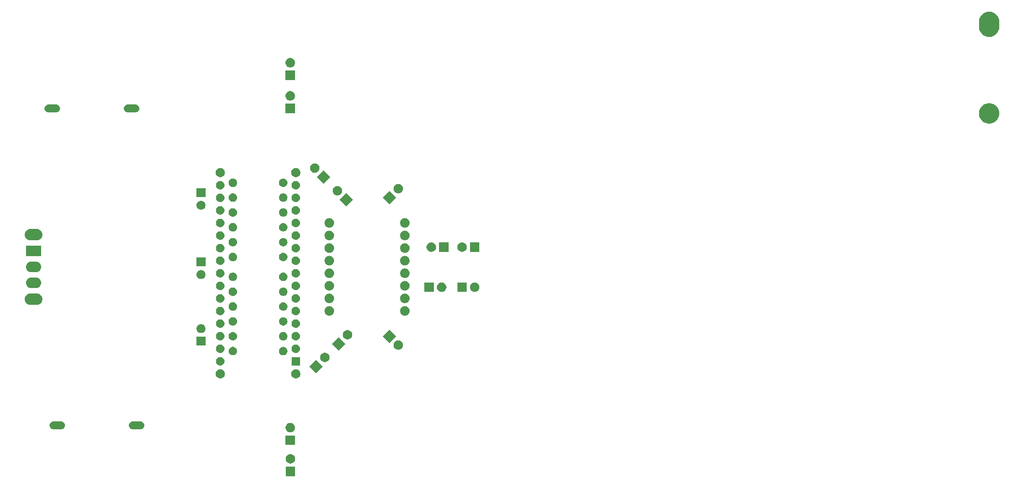
<source format=gbr>
G04 #@! TF.GenerationSoftware,KiCad,Pcbnew,(5.0.1)-3*
G04 #@! TF.CreationDate,2018-12-17T15:05:50+08:00*
G04 #@! TF.ProjectId,Micromouse_V01,4D6963726F6D6F7573655F5630312E6B,rev?*
G04 #@! TF.SameCoordinates,Original*
G04 #@! TF.FileFunction,Soldermask,Top*
G04 #@! TF.FilePolarity,Negative*
%FSLAX46Y46*%
G04 Gerber Fmt 4.6, Leading zero omitted, Abs format (unit mm)*
G04 Created by KiCad (PCBNEW (5.0.1)-3) date 12/17/2018 3:05:50 PM*
%MOMM*%
%LPD*%
G01*
G04 APERTURE LIST*
%ADD10C,0.100000*%
G04 APERTURE END LIST*
D10*
G36*
X85001000Y-132251000D02*
X83099000Y-132251000D01*
X83099000Y-130349000D01*
X85001000Y-130349000D01*
X85001000Y-132251000D01*
X85001000Y-132251000D01*
G37*
G36*
X84327396Y-127845546D02*
X84500466Y-127917234D01*
X84656230Y-128021312D01*
X84788688Y-128153770D01*
X84892766Y-128309534D01*
X84964454Y-128482604D01*
X85001000Y-128666333D01*
X85001000Y-128853667D01*
X84964454Y-129037396D01*
X84892766Y-129210466D01*
X84788688Y-129366230D01*
X84656230Y-129498688D01*
X84500466Y-129602766D01*
X84327396Y-129674454D01*
X84143667Y-129711000D01*
X83956333Y-129711000D01*
X83772604Y-129674454D01*
X83599534Y-129602766D01*
X83443770Y-129498688D01*
X83311312Y-129366230D01*
X83207234Y-129210466D01*
X83135546Y-129037396D01*
X83099000Y-128853667D01*
X83099000Y-128666333D01*
X83135546Y-128482604D01*
X83207234Y-128309534D01*
X83311312Y-128153770D01*
X83443770Y-128021312D01*
X83599534Y-127917234D01*
X83772604Y-127845546D01*
X83956333Y-127809000D01*
X84143667Y-127809000D01*
X84327396Y-127845546D01*
X84327396Y-127845546D01*
G37*
G36*
X84951000Y-125951000D02*
X83049000Y-125951000D01*
X83049000Y-124049000D01*
X84951000Y-124049000D01*
X84951000Y-125951000D01*
X84951000Y-125951000D01*
G37*
G36*
X84277396Y-121545546D02*
X84450466Y-121617234D01*
X84606230Y-121721312D01*
X84738688Y-121853770D01*
X84842766Y-122009534D01*
X84914454Y-122182604D01*
X84951000Y-122366333D01*
X84951000Y-122553667D01*
X84914454Y-122737396D01*
X84842766Y-122910466D01*
X84738688Y-123066230D01*
X84606230Y-123198688D01*
X84450466Y-123302766D01*
X84277396Y-123374454D01*
X84093667Y-123411000D01*
X83906333Y-123411000D01*
X83722604Y-123374454D01*
X83549534Y-123302766D01*
X83393770Y-123198688D01*
X83261312Y-123066230D01*
X83157234Y-122910466D01*
X83085546Y-122737396D01*
X83049000Y-122553667D01*
X83049000Y-122366333D01*
X83085546Y-122182604D01*
X83157234Y-122009534D01*
X83261312Y-121853770D01*
X83393770Y-121721312D01*
X83549534Y-121617234D01*
X83722604Y-121545546D01*
X83906333Y-121509000D01*
X84093667Y-121509000D01*
X84277396Y-121545546D01*
X84277396Y-121545546D01*
G37*
G36*
X53907025Y-121210590D02*
X54058012Y-121256392D01*
X54197165Y-121330770D01*
X54319133Y-121430867D01*
X54419230Y-121552835D01*
X54493608Y-121691988D01*
X54539410Y-121842975D01*
X54554875Y-122000000D01*
X54539410Y-122157025D01*
X54493608Y-122308012D01*
X54419230Y-122447165D01*
X54319133Y-122569133D01*
X54197165Y-122669230D01*
X54058012Y-122743608D01*
X53907025Y-122789410D01*
X53789346Y-122801000D01*
X52210654Y-122801000D01*
X52092975Y-122789410D01*
X51941988Y-122743608D01*
X51802835Y-122669230D01*
X51680867Y-122569133D01*
X51580770Y-122447165D01*
X51506392Y-122308012D01*
X51460590Y-122157025D01*
X51445125Y-122000000D01*
X51460590Y-121842975D01*
X51506392Y-121691988D01*
X51580770Y-121552835D01*
X51680867Y-121430867D01*
X51802835Y-121330770D01*
X51941988Y-121256392D01*
X52092975Y-121210590D01*
X52210654Y-121199000D01*
X53789346Y-121199000D01*
X53907025Y-121210590D01*
X53907025Y-121210590D01*
G37*
G36*
X37907025Y-121210590D02*
X38058012Y-121256392D01*
X38197165Y-121330770D01*
X38319133Y-121430867D01*
X38419230Y-121552835D01*
X38493608Y-121691988D01*
X38539410Y-121842975D01*
X38554875Y-122000000D01*
X38539410Y-122157025D01*
X38493608Y-122308012D01*
X38419230Y-122447165D01*
X38319133Y-122569133D01*
X38197165Y-122669230D01*
X38058012Y-122743608D01*
X37907025Y-122789410D01*
X37789346Y-122801000D01*
X36210654Y-122801000D01*
X36092975Y-122789410D01*
X35941988Y-122743608D01*
X35802835Y-122669230D01*
X35680867Y-122569133D01*
X35580770Y-122447165D01*
X35506392Y-122308012D01*
X35460590Y-122157025D01*
X35445125Y-122000000D01*
X35460590Y-121842975D01*
X35506392Y-121691988D01*
X35580770Y-121552835D01*
X35680867Y-121430867D01*
X35802835Y-121330770D01*
X35941988Y-121256392D01*
X36092975Y-121210590D01*
X36210654Y-121199000D01*
X37789346Y-121199000D01*
X37907025Y-121210590D01*
X37907025Y-121210590D01*
G37*
G36*
X85333880Y-110673108D02*
X85394480Y-110685162D01*
X85565731Y-110756097D01*
X85717799Y-110857706D01*
X85719855Y-110859080D01*
X85850920Y-110990145D01*
X85953904Y-111144271D01*
X86024838Y-111315521D01*
X86061000Y-111497318D01*
X86061000Y-111682682D01*
X86024838Y-111864479D01*
X85953904Y-112035729D01*
X85850920Y-112189855D01*
X85719855Y-112320920D01*
X85719852Y-112320922D01*
X85565731Y-112423903D01*
X85394480Y-112494838D01*
X85333880Y-112506892D01*
X85212682Y-112531000D01*
X85027318Y-112531000D01*
X84906120Y-112506892D01*
X84845520Y-112494838D01*
X84674269Y-112423903D01*
X84520148Y-112320922D01*
X84520145Y-112320920D01*
X84389080Y-112189855D01*
X84286096Y-112035729D01*
X84215162Y-111864479D01*
X84179000Y-111682682D01*
X84179000Y-111497318D01*
X84215162Y-111315521D01*
X84286096Y-111144271D01*
X84389080Y-110990145D01*
X84520145Y-110859080D01*
X84522201Y-110857706D01*
X84674269Y-110756097D01*
X84845520Y-110685162D01*
X84906120Y-110673108D01*
X85027318Y-110649000D01*
X85212682Y-110649000D01*
X85333880Y-110673108D01*
X85333880Y-110673108D01*
G37*
G36*
X70093880Y-110673108D02*
X70154480Y-110685162D01*
X70325731Y-110756097D01*
X70477799Y-110857706D01*
X70479855Y-110859080D01*
X70610920Y-110990145D01*
X70713904Y-111144271D01*
X70784838Y-111315521D01*
X70821000Y-111497318D01*
X70821000Y-111682682D01*
X70784838Y-111864479D01*
X70713904Y-112035729D01*
X70610920Y-112189855D01*
X70479855Y-112320920D01*
X70479852Y-112320922D01*
X70325731Y-112423903D01*
X70154480Y-112494838D01*
X70093880Y-112506892D01*
X69972682Y-112531000D01*
X69787318Y-112531000D01*
X69666120Y-112506892D01*
X69605520Y-112494838D01*
X69434269Y-112423903D01*
X69280148Y-112320922D01*
X69280145Y-112320920D01*
X69149080Y-112189855D01*
X69046096Y-112035729D01*
X68975162Y-111864479D01*
X68939000Y-111682682D01*
X68939000Y-111497318D01*
X68975162Y-111315521D01*
X69046096Y-111144271D01*
X69149080Y-110990145D01*
X69280145Y-110859080D01*
X69282201Y-110857706D01*
X69434269Y-110756097D01*
X69605520Y-110685162D01*
X69666120Y-110673108D01*
X69787318Y-110649000D01*
X69972682Y-110649000D01*
X70093880Y-110673108D01*
X70093880Y-110673108D01*
G37*
G36*
X90519918Y-110075000D02*
X89175000Y-111419918D01*
X87830082Y-110075000D01*
X89175000Y-108730082D01*
X90519918Y-110075000D01*
X90519918Y-110075000D01*
G37*
G36*
X85971000Y-109901000D02*
X84269000Y-109901000D01*
X84269000Y-108199000D01*
X85971000Y-108199000D01*
X85971000Y-109901000D01*
X85971000Y-109901000D01*
G37*
G36*
X70046821Y-108211313D02*
X70046824Y-108211314D01*
X70046825Y-108211314D01*
X70207239Y-108259975D01*
X70207241Y-108259976D01*
X70207244Y-108259977D01*
X70355078Y-108338995D01*
X70484659Y-108445341D01*
X70591005Y-108574922D01*
X70670023Y-108722756D01*
X70670024Y-108722759D01*
X70670025Y-108722761D01*
X70672246Y-108730083D01*
X70718687Y-108883179D01*
X70735117Y-109050000D01*
X70718687Y-109216821D01*
X70670023Y-109377244D01*
X70591005Y-109525078D01*
X70484659Y-109654659D01*
X70355078Y-109761005D01*
X70207244Y-109840023D01*
X70207241Y-109840024D01*
X70207239Y-109840025D01*
X70046825Y-109888686D01*
X70046824Y-109888686D01*
X70046821Y-109888687D01*
X69921804Y-109901000D01*
X69838196Y-109901000D01*
X69713179Y-109888687D01*
X69713176Y-109888686D01*
X69713175Y-109888686D01*
X69552761Y-109840025D01*
X69552759Y-109840024D01*
X69552756Y-109840023D01*
X69404922Y-109761005D01*
X69275341Y-109654659D01*
X69168995Y-109525078D01*
X69089977Y-109377244D01*
X69041313Y-109216821D01*
X69024883Y-109050000D01*
X69041313Y-108883179D01*
X69087754Y-108730083D01*
X69089975Y-108722761D01*
X69089976Y-108722759D01*
X69089977Y-108722756D01*
X69168995Y-108574922D01*
X69275341Y-108445341D01*
X69404922Y-108338995D01*
X69552756Y-108259977D01*
X69552759Y-108259976D01*
X69552761Y-108259975D01*
X69713175Y-108211314D01*
X69713176Y-108211314D01*
X69713179Y-108211313D01*
X69838196Y-108199000D01*
X69921804Y-108199000D01*
X70046821Y-108211313D01*
X70046821Y-108211313D01*
G37*
G36*
X91248447Y-107364495D02*
X91421517Y-107436183D01*
X91577281Y-107540261D01*
X91709739Y-107672719D01*
X91813817Y-107828483D01*
X91885505Y-108001553D01*
X91922051Y-108185282D01*
X91922051Y-108372616D01*
X91885505Y-108556345D01*
X91813817Y-108729415D01*
X91709739Y-108885179D01*
X91577281Y-109017637D01*
X91421517Y-109121715D01*
X91248447Y-109193403D01*
X91064718Y-109229949D01*
X90877384Y-109229949D01*
X90693655Y-109193403D01*
X90520585Y-109121715D01*
X90364821Y-109017637D01*
X90232363Y-108885179D01*
X90128285Y-108729415D01*
X90056597Y-108556345D01*
X90020051Y-108372616D01*
X90020051Y-108185282D01*
X90056597Y-108001553D01*
X90128285Y-107828483D01*
X90232363Y-107672719D01*
X90364821Y-107540261D01*
X90520585Y-107436183D01*
X90693655Y-107364495D01*
X90877384Y-107327949D01*
X91064718Y-107327949D01*
X91248447Y-107364495D01*
X91248447Y-107364495D01*
G37*
G36*
X72668228Y-106181703D02*
X72823100Y-106245853D01*
X72962481Y-106338985D01*
X73081015Y-106457519D01*
X73174147Y-106596900D01*
X73238297Y-106751772D01*
X73271000Y-106916184D01*
X73271000Y-107083816D01*
X73238297Y-107248228D01*
X73174147Y-107403100D01*
X73081015Y-107542481D01*
X72962481Y-107661015D01*
X72823100Y-107754147D01*
X72668228Y-107818297D01*
X72503816Y-107851000D01*
X72336184Y-107851000D01*
X72171772Y-107818297D01*
X72016900Y-107754147D01*
X71877519Y-107661015D01*
X71758985Y-107542481D01*
X71665853Y-107403100D01*
X71601703Y-107248228D01*
X71569000Y-107083816D01*
X71569000Y-106916184D01*
X71601703Y-106751772D01*
X71665853Y-106596900D01*
X71758985Y-106457519D01*
X71877519Y-106338985D01*
X72016900Y-106245853D01*
X72171772Y-106181703D01*
X72336184Y-106149000D01*
X72503816Y-106149000D01*
X72668228Y-106181703D01*
X72668228Y-106181703D01*
G37*
G36*
X82746821Y-106161313D02*
X82746824Y-106161314D01*
X82746825Y-106161314D01*
X82907239Y-106209975D01*
X82907241Y-106209976D01*
X82907244Y-106209977D01*
X83055078Y-106288995D01*
X83184659Y-106395341D01*
X83291005Y-106524922D01*
X83370023Y-106672756D01*
X83370024Y-106672759D01*
X83370025Y-106672761D01*
X83418686Y-106833175D01*
X83418687Y-106833179D01*
X83435117Y-107000000D01*
X83418687Y-107166821D01*
X83418686Y-107166824D01*
X83418686Y-107166825D01*
X83378281Y-107300023D01*
X83370023Y-107327244D01*
X83291005Y-107475078D01*
X83184659Y-107604659D01*
X83055078Y-107711005D01*
X82907244Y-107790023D01*
X82907241Y-107790024D01*
X82907239Y-107790025D01*
X82746825Y-107838686D01*
X82746824Y-107838686D01*
X82746821Y-107838687D01*
X82621804Y-107851000D01*
X82538196Y-107851000D01*
X82413179Y-107838687D01*
X82413176Y-107838686D01*
X82413175Y-107838686D01*
X82252761Y-107790025D01*
X82252759Y-107790024D01*
X82252756Y-107790023D01*
X82104922Y-107711005D01*
X81975341Y-107604659D01*
X81868995Y-107475078D01*
X81789977Y-107327244D01*
X81781720Y-107300023D01*
X81741314Y-107166825D01*
X81741314Y-107166824D01*
X81741313Y-107166821D01*
X81724883Y-107000000D01*
X81741313Y-106833179D01*
X81741314Y-106833175D01*
X81789975Y-106672761D01*
X81789976Y-106672759D01*
X81789977Y-106672756D01*
X81868995Y-106524922D01*
X81975341Y-106395341D01*
X82104922Y-106288995D01*
X82252756Y-106209977D01*
X82252759Y-106209976D01*
X82252761Y-106209975D01*
X82413175Y-106161314D01*
X82413176Y-106161314D01*
X82413179Y-106161313D01*
X82538196Y-106149000D01*
X82621804Y-106149000D01*
X82746821Y-106161313D01*
X82746821Y-106161313D01*
G37*
G36*
X70046821Y-105671313D02*
X70046824Y-105671314D01*
X70046825Y-105671314D01*
X70207239Y-105719975D01*
X70207241Y-105719976D01*
X70207244Y-105719977D01*
X70355078Y-105798995D01*
X70484659Y-105905341D01*
X70591005Y-106034922D01*
X70670023Y-106182756D01*
X70670024Y-106182759D01*
X70670025Y-106182761D01*
X70702251Y-106288996D01*
X70718687Y-106343179D01*
X70735117Y-106510000D01*
X70718687Y-106676821D01*
X70718686Y-106676824D01*
X70718686Y-106676825D01*
X70671257Y-106833179D01*
X70670023Y-106837244D01*
X70591005Y-106985078D01*
X70484659Y-107114659D01*
X70355078Y-107221005D01*
X70207244Y-107300023D01*
X70207241Y-107300024D01*
X70207239Y-107300025D01*
X70046825Y-107348686D01*
X70046824Y-107348686D01*
X70046821Y-107348687D01*
X69921804Y-107361000D01*
X69838196Y-107361000D01*
X69713179Y-107348687D01*
X69713176Y-107348686D01*
X69713175Y-107348686D01*
X69552761Y-107300025D01*
X69552759Y-107300024D01*
X69552756Y-107300023D01*
X69404922Y-107221005D01*
X69275341Y-107114659D01*
X69168995Y-106985078D01*
X69089977Y-106837244D01*
X69088744Y-106833179D01*
X69041314Y-106676825D01*
X69041314Y-106676824D01*
X69041313Y-106676821D01*
X69024883Y-106510000D01*
X69041313Y-106343179D01*
X69057749Y-106288996D01*
X69089975Y-106182761D01*
X69089976Y-106182759D01*
X69089977Y-106182756D01*
X69168995Y-106034922D01*
X69275341Y-105905341D01*
X69404922Y-105798995D01*
X69552756Y-105719977D01*
X69552759Y-105719976D01*
X69552761Y-105719975D01*
X69713175Y-105671314D01*
X69713176Y-105671314D01*
X69713179Y-105671313D01*
X69838196Y-105659000D01*
X69921804Y-105659000D01*
X70046821Y-105671313D01*
X70046821Y-105671313D01*
G37*
G36*
X85286821Y-105671313D02*
X85286824Y-105671314D01*
X85286825Y-105671314D01*
X85447239Y-105719975D01*
X85447241Y-105719976D01*
X85447244Y-105719977D01*
X85595078Y-105798995D01*
X85724659Y-105905341D01*
X85831005Y-106034922D01*
X85910023Y-106182756D01*
X85910024Y-106182759D01*
X85910025Y-106182761D01*
X85942251Y-106288996D01*
X85958687Y-106343179D01*
X85975117Y-106510000D01*
X85958687Y-106676821D01*
X85958686Y-106676824D01*
X85958686Y-106676825D01*
X85911257Y-106833179D01*
X85910023Y-106837244D01*
X85831005Y-106985078D01*
X85724659Y-107114659D01*
X85595078Y-107221005D01*
X85447244Y-107300023D01*
X85447241Y-107300024D01*
X85447239Y-107300025D01*
X85286825Y-107348686D01*
X85286824Y-107348686D01*
X85286821Y-107348687D01*
X85161804Y-107361000D01*
X85078196Y-107361000D01*
X84953179Y-107348687D01*
X84953176Y-107348686D01*
X84953175Y-107348686D01*
X84792761Y-107300025D01*
X84792759Y-107300024D01*
X84792756Y-107300023D01*
X84644922Y-107221005D01*
X84515341Y-107114659D01*
X84408995Y-106985078D01*
X84329977Y-106837244D01*
X84328744Y-106833179D01*
X84281314Y-106676825D01*
X84281314Y-106676824D01*
X84281313Y-106676821D01*
X84264883Y-106510000D01*
X84281313Y-106343179D01*
X84297749Y-106288996D01*
X84329975Y-106182761D01*
X84329976Y-106182759D01*
X84329977Y-106182756D01*
X84408995Y-106034922D01*
X84515341Y-105905341D01*
X84644922Y-105798995D01*
X84792756Y-105719977D01*
X84792759Y-105719976D01*
X84792761Y-105719975D01*
X84953175Y-105671314D01*
X84953176Y-105671314D01*
X84953179Y-105671313D01*
X85078196Y-105659000D01*
X85161804Y-105659000D01*
X85286821Y-105671313D01*
X85286821Y-105671313D01*
G37*
G36*
X95094918Y-105500000D02*
X93750000Y-106844918D01*
X92405082Y-105500000D01*
X93750000Y-104155082D01*
X95094918Y-105500000D01*
X95094918Y-105500000D01*
G37*
G36*
X106073447Y-104881597D02*
X106246517Y-104953285D01*
X106402281Y-105057363D01*
X106534739Y-105189821D01*
X106638817Y-105345585D01*
X106710505Y-105518655D01*
X106747051Y-105702384D01*
X106747051Y-105889718D01*
X106710505Y-106073447D01*
X106638817Y-106246517D01*
X106534739Y-106402281D01*
X106402281Y-106534739D01*
X106246517Y-106638817D01*
X106073447Y-106710505D01*
X105889718Y-106747051D01*
X105702384Y-106747051D01*
X105518655Y-106710505D01*
X105345585Y-106638817D01*
X105189821Y-106534739D01*
X105057363Y-106402281D01*
X104953285Y-106246517D01*
X104881597Y-106073447D01*
X104845051Y-105889718D01*
X104845051Y-105702384D01*
X104881597Y-105518655D01*
X104953285Y-105345585D01*
X105057363Y-105189821D01*
X105189821Y-105057363D01*
X105345585Y-104953285D01*
X105518655Y-104881597D01*
X105702384Y-104845051D01*
X105889718Y-104845051D01*
X106073447Y-104881597D01*
X106073447Y-104881597D01*
G37*
G36*
X66901000Y-105901000D02*
X65099000Y-105901000D01*
X65099000Y-104099000D01*
X66901000Y-104099000D01*
X66901000Y-105901000D01*
X66901000Y-105901000D01*
G37*
G36*
X105344918Y-104000000D02*
X104000000Y-105344918D01*
X102655082Y-104000000D01*
X104000000Y-102655082D01*
X105344918Y-104000000D01*
X105344918Y-104000000D01*
G37*
G36*
X72586821Y-103161313D02*
X72586824Y-103161314D01*
X72586825Y-103161314D01*
X72747239Y-103209975D01*
X72747241Y-103209976D01*
X72747244Y-103209977D01*
X72895078Y-103288995D01*
X73024659Y-103395341D01*
X73131005Y-103524922D01*
X73210023Y-103672756D01*
X73210024Y-103672759D01*
X73210025Y-103672761D01*
X73249587Y-103803179D01*
X73258687Y-103833179D01*
X73275117Y-104000000D01*
X73258687Y-104166821D01*
X73258686Y-104166824D01*
X73258686Y-104166825D01*
X73219124Y-104297244D01*
X73210023Y-104327244D01*
X73131005Y-104475078D01*
X73024659Y-104604659D01*
X72895078Y-104711005D01*
X72747244Y-104790023D01*
X72747241Y-104790024D01*
X72747239Y-104790025D01*
X72586825Y-104838686D01*
X72586824Y-104838686D01*
X72586821Y-104838687D01*
X72461804Y-104851000D01*
X72378196Y-104851000D01*
X72253179Y-104838687D01*
X72253176Y-104838686D01*
X72253175Y-104838686D01*
X72092761Y-104790025D01*
X72092759Y-104790024D01*
X72092756Y-104790023D01*
X71944922Y-104711005D01*
X71815341Y-104604659D01*
X71708995Y-104475078D01*
X71629977Y-104327244D01*
X71620877Y-104297244D01*
X71581314Y-104166825D01*
X71581314Y-104166824D01*
X71581313Y-104166821D01*
X71564883Y-104000000D01*
X71581313Y-103833179D01*
X71590413Y-103803179D01*
X71629975Y-103672761D01*
X71629976Y-103672759D01*
X71629977Y-103672756D01*
X71708995Y-103524922D01*
X71815341Y-103395341D01*
X71944922Y-103288995D01*
X72092756Y-103209977D01*
X72092759Y-103209976D01*
X72092761Y-103209975D01*
X72253175Y-103161314D01*
X72253176Y-103161314D01*
X72253179Y-103161313D01*
X72378196Y-103149000D01*
X72461804Y-103149000D01*
X72586821Y-103161313D01*
X72586821Y-103161313D01*
G37*
G36*
X82828228Y-103181703D02*
X82983100Y-103245853D01*
X83122481Y-103338985D01*
X83241015Y-103457519D01*
X83334147Y-103596900D01*
X83398297Y-103751772D01*
X83431000Y-103916184D01*
X83431000Y-104083816D01*
X83398297Y-104248228D01*
X83334147Y-104403100D01*
X83241015Y-104542481D01*
X83122481Y-104661015D01*
X82983100Y-104754147D01*
X82828228Y-104818297D01*
X82663816Y-104851000D01*
X82496184Y-104851000D01*
X82331772Y-104818297D01*
X82176900Y-104754147D01*
X82037519Y-104661015D01*
X81918985Y-104542481D01*
X81825853Y-104403100D01*
X81761703Y-104248228D01*
X81729000Y-104083816D01*
X81729000Y-103916184D01*
X81761703Y-103751772D01*
X81825853Y-103596900D01*
X81918985Y-103457519D01*
X82037519Y-103338985D01*
X82176900Y-103245853D01*
X82331772Y-103181703D01*
X82496184Y-103149000D01*
X82663816Y-103149000D01*
X82828228Y-103181703D01*
X82828228Y-103181703D01*
G37*
G36*
X85286821Y-103131313D02*
X85286824Y-103131314D01*
X85286825Y-103131314D01*
X85447239Y-103179975D01*
X85447241Y-103179976D01*
X85447244Y-103179977D01*
X85595078Y-103258995D01*
X85724659Y-103365341D01*
X85831005Y-103494922D01*
X85910023Y-103642756D01*
X85910024Y-103642759D01*
X85910025Y-103642761D01*
X85958686Y-103803175D01*
X85958687Y-103803179D01*
X85975117Y-103970000D01*
X85958687Y-104136821D01*
X85958686Y-104136824D01*
X85958686Y-104136825D01*
X85949586Y-104166825D01*
X85910023Y-104297244D01*
X85831005Y-104445078D01*
X85724659Y-104574659D01*
X85595078Y-104681005D01*
X85447244Y-104760023D01*
X85447241Y-104760024D01*
X85447239Y-104760025D01*
X85286825Y-104808686D01*
X85286824Y-104808686D01*
X85286821Y-104808687D01*
X85161804Y-104821000D01*
X85078196Y-104821000D01*
X84953179Y-104808687D01*
X84953176Y-104808686D01*
X84953175Y-104808686D01*
X84792761Y-104760025D01*
X84792759Y-104760024D01*
X84792756Y-104760023D01*
X84644922Y-104681005D01*
X84515341Y-104574659D01*
X84408995Y-104445078D01*
X84329977Y-104297244D01*
X84290415Y-104166825D01*
X84281314Y-104136825D01*
X84281314Y-104136824D01*
X84281313Y-104136821D01*
X84264883Y-103970000D01*
X84281313Y-103803179D01*
X84281314Y-103803175D01*
X84329975Y-103642761D01*
X84329976Y-103642759D01*
X84329977Y-103642756D01*
X84408995Y-103494922D01*
X84515341Y-103365341D01*
X84644922Y-103258995D01*
X84792756Y-103179977D01*
X84792759Y-103179976D01*
X84792761Y-103179975D01*
X84953175Y-103131314D01*
X84953176Y-103131314D01*
X84953179Y-103131313D01*
X85078196Y-103119000D01*
X85161804Y-103119000D01*
X85286821Y-103131313D01*
X85286821Y-103131313D01*
G37*
G36*
X70046821Y-103131313D02*
X70046824Y-103131314D01*
X70046825Y-103131314D01*
X70207239Y-103179975D01*
X70207241Y-103179976D01*
X70207244Y-103179977D01*
X70355078Y-103258995D01*
X70484659Y-103365341D01*
X70591005Y-103494922D01*
X70670023Y-103642756D01*
X70670024Y-103642759D01*
X70670025Y-103642761D01*
X70718686Y-103803175D01*
X70718687Y-103803179D01*
X70735117Y-103970000D01*
X70718687Y-104136821D01*
X70718686Y-104136824D01*
X70718686Y-104136825D01*
X70709586Y-104166825D01*
X70670023Y-104297244D01*
X70591005Y-104445078D01*
X70484659Y-104574659D01*
X70355078Y-104681005D01*
X70207244Y-104760023D01*
X70207241Y-104760024D01*
X70207239Y-104760025D01*
X70046825Y-104808686D01*
X70046824Y-104808686D01*
X70046821Y-104808687D01*
X69921804Y-104821000D01*
X69838196Y-104821000D01*
X69713179Y-104808687D01*
X69713176Y-104808686D01*
X69713175Y-104808686D01*
X69552761Y-104760025D01*
X69552759Y-104760024D01*
X69552756Y-104760023D01*
X69404922Y-104681005D01*
X69275341Y-104574659D01*
X69168995Y-104445078D01*
X69089977Y-104297244D01*
X69050415Y-104166825D01*
X69041314Y-104136825D01*
X69041314Y-104136824D01*
X69041313Y-104136821D01*
X69024883Y-103970000D01*
X69041313Y-103803179D01*
X69041314Y-103803175D01*
X69089975Y-103642761D01*
X69089976Y-103642759D01*
X69089977Y-103642756D01*
X69168995Y-103494922D01*
X69275341Y-103365341D01*
X69404922Y-103258995D01*
X69552756Y-103179977D01*
X69552759Y-103179976D01*
X69552761Y-103179975D01*
X69713175Y-103131314D01*
X69713176Y-103131314D01*
X69713179Y-103131313D01*
X69838196Y-103119000D01*
X69921804Y-103119000D01*
X70046821Y-103131313D01*
X70046821Y-103131313D01*
G37*
G36*
X95823447Y-102789495D02*
X95996517Y-102861183D01*
X96152281Y-102965261D01*
X96284739Y-103097719D01*
X96388817Y-103253483D01*
X96460505Y-103426553D01*
X96497051Y-103610282D01*
X96497051Y-103797616D01*
X96460505Y-103981345D01*
X96388817Y-104154415D01*
X96284739Y-104310179D01*
X96152281Y-104442637D01*
X95996517Y-104546715D01*
X95823447Y-104618403D01*
X95639718Y-104654949D01*
X95452384Y-104654949D01*
X95268655Y-104618403D01*
X95095585Y-104546715D01*
X94939821Y-104442637D01*
X94807363Y-104310179D01*
X94703285Y-104154415D01*
X94631597Y-103981345D01*
X94595051Y-103797616D01*
X94595051Y-103610282D01*
X94631597Y-103426553D01*
X94703285Y-103253483D01*
X94807363Y-103097719D01*
X94939821Y-102965261D01*
X95095585Y-102861183D01*
X95268655Y-102789495D01*
X95452384Y-102752949D01*
X95639718Y-102752949D01*
X95823447Y-102789495D01*
X95823447Y-102789495D01*
G37*
G36*
X66110443Y-101565519D02*
X66176627Y-101572037D01*
X66289853Y-101606384D01*
X66346467Y-101623557D01*
X66485087Y-101697652D01*
X66502991Y-101707222D01*
X66538729Y-101736552D01*
X66640186Y-101819814D01*
X66710159Y-101905078D01*
X66752778Y-101957009D01*
X66752779Y-101957011D01*
X66836443Y-102113533D01*
X66836443Y-102113534D01*
X66887963Y-102283373D01*
X66905359Y-102460000D01*
X66887963Y-102636627D01*
X66882364Y-102655083D01*
X66836443Y-102806467D01*
X66762348Y-102945087D01*
X66752778Y-102962991D01*
X66723448Y-102998729D01*
X66640186Y-103100186D01*
X66565701Y-103161313D01*
X66502991Y-103212778D01*
X66502989Y-103212779D01*
X66346467Y-103296443D01*
X66289853Y-103313616D01*
X66176627Y-103347963D01*
X66110443Y-103354481D01*
X66044260Y-103361000D01*
X65955740Y-103361000D01*
X65889557Y-103354481D01*
X65823373Y-103347963D01*
X65710147Y-103313616D01*
X65653533Y-103296443D01*
X65497011Y-103212779D01*
X65497009Y-103212778D01*
X65434299Y-103161313D01*
X65359814Y-103100186D01*
X65276552Y-102998729D01*
X65247222Y-102962991D01*
X65237652Y-102945087D01*
X65163557Y-102806467D01*
X65117636Y-102655083D01*
X65112037Y-102636627D01*
X65094641Y-102460000D01*
X65112037Y-102283373D01*
X65163557Y-102113534D01*
X65163557Y-102113533D01*
X65247221Y-101957011D01*
X65247222Y-101957009D01*
X65289841Y-101905078D01*
X65359814Y-101819814D01*
X65461271Y-101736552D01*
X65497009Y-101707222D01*
X65514913Y-101697652D01*
X65653533Y-101623557D01*
X65710147Y-101606384D01*
X65823373Y-101572037D01*
X65889558Y-101565518D01*
X65955740Y-101559000D01*
X66044260Y-101559000D01*
X66110443Y-101565519D01*
X66110443Y-101565519D01*
G37*
G36*
X70046821Y-100591313D02*
X70046824Y-100591314D01*
X70046825Y-100591314D01*
X70207239Y-100639975D01*
X70207241Y-100639976D01*
X70207244Y-100639977D01*
X70355078Y-100718995D01*
X70484659Y-100825341D01*
X70591005Y-100954922D01*
X70670023Y-101102756D01*
X70670024Y-101102759D01*
X70670025Y-101102761D01*
X70714152Y-101248228D01*
X70718687Y-101263179D01*
X70735117Y-101430000D01*
X70718687Y-101596821D01*
X70718686Y-101596824D01*
X70718686Y-101596825D01*
X70670963Y-101754147D01*
X70670023Y-101757244D01*
X70591005Y-101905078D01*
X70484659Y-102034659D01*
X70355078Y-102141005D01*
X70207244Y-102220023D01*
X70207241Y-102220024D01*
X70207239Y-102220025D01*
X70046825Y-102268686D01*
X70046824Y-102268686D01*
X70046821Y-102268687D01*
X69921804Y-102281000D01*
X69838196Y-102281000D01*
X69713179Y-102268687D01*
X69713176Y-102268686D01*
X69713175Y-102268686D01*
X69552761Y-102220025D01*
X69552759Y-102220024D01*
X69552756Y-102220023D01*
X69404922Y-102141005D01*
X69275341Y-102034659D01*
X69168995Y-101905078D01*
X69089977Y-101757244D01*
X69089038Y-101754147D01*
X69041314Y-101596825D01*
X69041314Y-101596824D01*
X69041313Y-101596821D01*
X69024883Y-101430000D01*
X69041313Y-101263179D01*
X69045848Y-101248228D01*
X69089975Y-101102761D01*
X69089976Y-101102759D01*
X69089977Y-101102756D01*
X69168995Y-100954922D01*
X69275341Y-100825341D01*
X69404922Y-100718995D01*
X69552756Y-100639977D01*
X69552759Y-100639976D01*
X69552761Y-100639975D01*
X69713175Y-100591314D01*
X69713176Y-100591314D01*
X69713179Y-100591313D01*
X69838196Y-100579000D01*
X69921804Y-100579000D01*
X70046821Y-100591313D01*
X70046821Y-100591313D01*
G37*
G36*
X85286821Y-100591313D02*
X85286824Y-100591314D01*
X85286825Y-100591314D01*
X85447239Y-100639975D01*
X85447241Y-100639976D01*
X85447244Y-100639977D01*
X85595078Y-100718995D01*
X85724659Y-100825341D01*
X85831005Y-100954922D01*
X85910023Y-101102756D01*
X85910024Y-101102759D01*
X85910025Y-101102761D01*
X85954152Y-101248228D01*
X85958687Y-101263179D01*
X85975117Y-101430000D01*
X85958687Y-101596821D01*
X85958686Y-101596824D01*
X85958686Y-101596825D01*
X85910963Y-101754147D01*
X85910023Y-101757244D01*
X85831005Y-101905078D01*
X85724659Y-102034659D01*
X85595078Y-102141005D01*
X85447244Y-102220023D01*
X85447241Y-102220024D01*
X85447239Y-102220025D01*
X85286825Y-102268686D01*
X85286824Y-102268686D01*
X85286821Y-102268687D01*
X85161804Y-102281000D01*
X85078196Y-102281000D01*
X84953179Y-102268687D01*
X84953176Y-102268686D01*
X84953175Y-102268686D01*
X84792761Y-102220025D01*
X84792759Y-102220024D01*
X84792756Y-102220023D01*
X84644922Y-102141005D01*
X84515341Y-102034659D01*
X84408995Y-101905078D01*
X84329977Y-101757244D01*
X84329038Y-101754147D01*
X84281314Y-101596825D01*
X84281314Y-101596824D01*
X84281313Y-101596821D01*
X84264883Y-101430000D01*
X84281313Y-101263179D01*
X84285848Y-101248228D01*
X84329975Y-101102761D01*
X84329976Y-101102759D01*
X84329977Y-101102756D01*
X84408995Y-100954922D01*
X84515341Y-100825341D01*
X84644922Y-100718995D01*
X84792756Y-100639977D01*
X84792759Y-100639976D01*
X84792761Y-100639975D01*
X84953175Y-100591314D01*
X84953176Y-100591314D01*
X84953179Y-100591313D01*
X85078196Y-100579000D01*
X85161804Y-100579000D01*
X85286821Y-100591313D01*
X85286821Y-100591313D01*
G37*
G36*
X82828228Y-100181703D02*
X82983100Y-100245853D01*
X83122481Y-100338985D01*
X83241015Y-100457519D01*
X83334147Y-100596900D01*
X83398297Y-100751772D01*
X83431000Y-100916184D01*
X83431000Y-101083816D01*
X83398297Y-101248228D01*
X83334147Y-101403100D01*
X83241015Y-101542481D01*
X83122481Y-101661015D01*
X82983100Y-101754147D01*
X82828228Y-101818297D01*
X82663816Y-101851000D01*
X82496184Y-101851000D01*
X82331772Y-101818297D01*
X82176900Y-101754147D01*
X82037519Y-101661015D01*
X81918985Y-101542481D01*
X81825853Y-101403100D01*
X81761703Y-101248228D01*
X81729000Y-101083816D01*
X81729000Y-100916184D01*
X81761703Y-100751772D01*
X81825853Y-100596900D01*
X81918985Y-100457519D01*
X82037519Y-100338985D01*
X82176900Y-100245853D01*
X82331772Y-100181703D01*
X82496184Y-100149000D01*
X82663816Y-100149000D01*
X82828228Y-100181703D01*
X82828228Y-100181703D01*
G37*
G36*
X72586821Y-100161313D02*
X72586824Y-100161314D01*
X72586825Y-100161314D01*
X72747239Y-100209975D01*
X72747241Y-100209976D01*
X72747244Y-100209977D01*
X72895078Y-100288995D01*
X73024659Y-100395341D01*
X73131005Y-100524922D01*
X73210023Y-100672756D01*
X73210024Y-100672759D01*
X73210025Y-100672761D01*
X73258686Y-100833175D01*
X73258687Y-100833179D01*
X73275117Y-101000000D01*
X73258687Y-101166821D01*
X73258686Y-101166824D01*
X73258686Y-101166825D01*
X73229459Y-101263175D01*
X73210023Y-101327244D01*
X73131005Y-101475078D01*
X73024659Y-101604659D01*
X72895078Y-101711005D01*
X72747244Y-101790023D01*
X72747241Y-101790024D01*
X72747239Y-101790025D01*
X72586825Y-101838686D01*
X72586824Y-101838686D01*
X72586821Y-101838687D01*
X72461804Y-101851000D01*
X72378196Y-101851000D01*
X72253179Y-101838687D01*
X72253176Y-101838686D01*
X72253175Y-101838686D01*
X72092761Y-101790025D01*
X72092759Y-101790024D01*
X72092756Y-101790023D01*
X71944922Y-101711005D01*
X71815341Y-101604659D01*
X71708995Y-101475078D01*
X71629977Y-101327244D01*
X71610542Y-101263175D01*
X71581314Y-101166825D01*
X71581314Y-101166824D01*
X71581313Y-101166821D01*
X71564883Y-101000000D01*
X71581313Y-100833179D01*
X71581314Y-100833175D01*
X71629975Y-100672761D01*
X71629976Y-100672759D01*
X71629977Y-100672756D01*
X71708995Y-100524922D01*
X71815341Y-100395341D01*
X71944922Y-100288995D01*
X72092756Y-100209977D01*
X72092759Y-100209976D01*
X72092761Y-100209975D01*
X72253175Y-100161314D01*
X72253176Y-100161314D01*
X72253179Y-100161313D01*
X72378196Y-100149000D01*
X72461804Y-100149000D01*
X72586821Y-100161313D01*
X72586821Y-100161313D01*
G37*
G36*
X107306425Y-97952760D02*
X107306428Y-97952761D01*
X107306429Y-97952761D01*
X107485693Y-98007140D01*
X107485695Y-98007141D01*
X107650905Y-98095448D01*
X107795712Y-98214288D01*
X107914552Y-98359095D01*
X107914553Y-98359097D01*
X108002860Y-98524307D01*
X108044330Y-98661015D01*
X108057240Y-98703575D01*
X108075601Y-98890000D01*
X108057240Y-99076425D01*
X108002859Y-99255695D01*
X107914552Y-99420905D01*
X107795712Y-99565712D01*
X107650905Y-99684552D01*
X107545299Y-99741000D01*
X107485693Y-99772860D01*
X107306429Y-99827239D01*
X107306428Y-99827239D01*
X107306425Y-99827240D01*
X107166718Y-99841000D01*
X107073282Y-99841000D01*
X106933575Y-99827240D01*
X106933572Y-99827239D01*
X106933571Y-99827239D01*
X106754307Y-99772860D01*
X106694701Y-99741000D01*
X106589095Y-99684552D01*
X106444288Y-99565712D01*
X106325448Y-99420905D01*
X106237141Y-99255695D01*
X106182760Y-99076425D01*
X106164399Y-98890000D01*
X106182760Y-98703575D01*
X106195670Y-98661015D01*
X106237140Y-98524307D01*
X106325447Y-98359097D01*
X106325448Y-98359095D01*
X106444288Y-98214288D01*
X106589095Y-98095448D01*
X106754305Y-98007141D01*
X106754307Y-98007140D01*
X106933571Y-97952761D01*
X106933572Y-97952761D01*
X106933575Y-97952760D01*
X107073282Y-97939000D01*
X107166718Y-97939000D01*
X107306425Y-97952760D01*
X107306425Y-97952760D01*
G37*
G36*
X92066425Y-97952760D02*
X92066428Y-97952761D01*
X92066429Y-97952761D01*
X92245693Y-98007140D01*
X92245695Y-98007141D01*
X92410905Y-98095448D01*
X92555712Y-98214288D01*
X92674552Y-98359095D01*
X92674553Y-98359097D01*
X92762860Y-98524307D01*
X92804330Y-98661015D01*
X92817240Y-98703575D01*
X92835601Y-98890000D01*
X92817240Y-99076425D01*
X92762859Y-99255695D01*
X92674552Y-99420905D01*
X92555712Y-99565712D01*
X92410905Y-99684552D01*
X92305299Y-99741000D01*
X92245693Y-99772860D01*
X92066429Y-99827239D01*
X92066428Y-99827239D01*
X92066425Y-99827240D01*
X91926718Y-99841000D01*
X91833282Y-99841000D01*
X91693575Y-99827240D01*
X91693572Y-99827239D01*
X91693571Y-99827239D01*
X91514307Y-99772860D01*
X91454701Y-99741000D01*
X91349095Y-99684552D01*
X91204288Y-99565712D01*
X91085448Y-99420905D01*
X90997141Y-99255695D01*
X90942760Y-99076425D01*
X90924399Y-98890000D01*
X90942760Y-98703575D01*
X90955670Y-98661015D01*
X90997140Y-98524307D01*
X91085447Y-98359097D01*
X91085448Y-98359095D01*
X91204288Y-98214288D01*
X91349095Y-98095448D01*
X91514305Y-98007141D01*
X91514307Y-98007140D01*
X91693571Y-97952761D01*
X91693572Y-97952761D01*
X91693575Y-97952760D01*
X91833282Y-97939000D01*
X91926718Y-97939000D01*
X92066425Y-97952760D01*
X92066425Y-97952760D01*
G37*
G36*
X70046821Y-98051313D02*
X70046824Y-98051314D01*
X70046825Y-98051314D01*
X70207239Y-98099975D01*
X70207241Y-98099976D01*
X70207244Y-98099977D01*
X70355078Y-98178995D01*
X70484659Y-98285341D01*
X70591005Y-98414922D01*
X70670023Y-98562756D01*
X70670024Y-98562759D01*
X70670025Y-98562761D01*
X70699830Y-98661015D01*
X70718687Y-98723179D01*
X70735117Y-98890000D01*
X70718687Y-99056821D01*
X70670023Y-99217244D01*
X70591005Y-99365078D01*
X70484659Y-99494659D01*
X70355078Y-99601005D01*
X70207244Y-99680023D01*
X70207241Y-99680024D01*
X70207239Y-99680025D01*
X70046825Y-99728686D01*
X70046824Y-99728686D01*
X70046821Y-99728687D01*
X69921804Y-99741000D01*
X69838196Y-99741000D01*
X69713179Y-99728687D01*
X69713176Y-99728686D01*
X69713175Y-99728686D01*
X69552761Y-99680025D01*
X69552759Y-99680024D01*
X69552756Y-99680023D01*
X69404922Y-99601005D01*
X69275341Y-99494659D01*
X69168995Y-99365078D01*
X69089977Y-99217244D01*
X69041313Y-99056821D01*
X69024883Y-98890000D01*
X69041313Y-98723179D01*
X69060170Y-98661015D01*
X69089975Y-98562761D01*
X69089976Y-98562759D01*
X69089977Y-98562756D01*
X69168995Y-98414922D01*
X69275341Y-98285341D01*
X69404922Y-98178995D01*
X69552756Y-98099977D01*
X69552759Y-98099976D01*
X69552761Y-98099975D01*
X69713175Y-98051314D01*
X69713176Y-98051314D01*
X69713179Y-98051313D01*
X69838196Y-98039000D01*
X69921804Y-98039000D01*
X70046821Y-98051313D01*
X70046821Y-98051313D01*
G37*
G36*
X85286821Y-98051313D02*
X85286824Y-98051314D01*
X85286825Y-98051314D01*
X85447239Y-98099975D01*
X85447241Y-98099976D01*
X85447244Y-98099977D01*
X85595078Y-98178995D01*
X85724659Y-98285341D01*
X85831005Y-98414922D01*
X85910023Y-98562756D01*
X85910024Y-98562759D01*
X85910025Y-98562761D01*
X85939830Y-98661015D01*
X85958687Y-98723179D01*
X85975117Y-98890000D01*
X85958687Y-99056821D01*
X85910023Y-99217244D01*
X85831005Y-99365078D01*
X85724659Y-99494659D01*
X85595078Y-99601005D01*
X85447244Y-99680023D01*
X85447241Y-99680024D01*
X85447239Y-99680025D01*
X85286825Y-99728686D01*
X85286824Y-99728686D01*
X85286821Y-99728687D01*
X85161804Y-99741000D01*
X85078196Y-99741000D01*
X84953179Y-99728687D01*
X84953176Y-99728686D01*
X84953175Y-99728686D01*
X84792761Y-99680025D01*
X84792759Y-99680024D01*
X84792756Y-99680023D01*
X84644922Y-99601005D01*
X84515341Y-99494659D01*
X84408995Y-99365078D01*
X84329977Y-99217244D01*
X84281313Y-99056821D01*
X84264883Y-98890000D01*
X84281313Y-98723179D01*
X84300170Y-98661015D01*
X84329975Y-98562761D01*
X84329976Y-98562759D01*
X84329977Y-98562756D01*
X84408995Y-98414922D01*
X84515341Y-98285341D01*
X84644922Y-98178995D01*
X84792756Y-98099977D01*
X84792759Y-98099976D01*
X84792761Y-98099975D01*
X84953175Y-98051314D01*
X84953176Y-98051314D01*
X84953179Y-98051313D01*
X85078196Y-98039000D01*
X85161804Y-98039000D01*
X85286821Y-98051313D01*
X85286821Y-98051313D01*
G37*
G36*
X82746821Y-97161313D02*
X82746824Y-97161314D01*
X82746825Y-97161314D01*
X82907239Y-97209975D01*
X82907241Y-97209976D01*
X82907244Y-97209977D01*
X83055078Y-97288995D01*
X83184659Y-97395341D01*
X83291005Y-97524922D01*
X83370023Y-97672756D01*
X83370024Y-97672759D01*
X83370025Y-97672761D01*
X83418686Y-97833175D01*
X83418687Y-97833179D01*
X83435117Y-98000000D01*
X83418687Y-98166821D01*
X83418686Y-98166824D01*
X83418686Y-98166825D01*
X83382735Y-98285341D01*
X83370023Y-98327244D01*
X83291005Y-98475078D01*
X83184659Y-98604659D01*
X83055078Y-98711005D01*
X82907244Y-98790023D01*
X82907241Y-98790024D01*
X82907239Y-98790025D01*
X82746825Y-98838686D01*
X82746824Y-98838686D01*
X82746821Y-98838687D01*
X82621804Y-98851000D01*
X82538196Y-98851000D01*
X82413179Y-98838687D01*
X82413176Y-98838686D01*
X82413175Y-98838686D01*
X82252761Y-98790025D01*
X82252759Y-98790024D01*
X82252756Y-98790023D01*
X82104922Y-98711005D01*
X81975341Y-98604659D01*
X81868995Y-98475078D01*
X81789977Y-98327244D01*
X81777266Y-98285341D01*
X81741314Y-98166825D01*
X81741314Y-98166824D01*
X81741313Y-98166821D01*
X81724883Y-98000000D01*
X81741313Y-97833179D01*
X81741314Y-97833175D01*
X81789975Y-97672761D01*
X81789976Y-97672759D01*
X81789977Y-97672756D01*
X81868995Y-97524922D01*
X81975341Y-97395341D01*
X82104922Y-97288995D01*
X82252756Y-97209977D01*
X82252759Y-97209976D01*
X82252761Y-97209975D01*
X82413175Y-97161314D01*
X82413176Y-97161314D01*
X82413179Y-97161313D01*
X82538196Y-97149000D01*
X82621804Y-97149000D01*
X82746821Y-97161313D01*
X82746821Y-97161313D01*
G37*
G36*
X72668228Y-97181703D02*
X72823100Y-97245853D01*
X72962481Y-97338985D01*
X73081015Y-97457519D01*
X73174147Y-97596900D01*
X73238297Y-97751772D01*
X73271000Y-97916184D01*
X73271000Y-98083816D01*
X73238297Y-98248228D01*
X73174147Y-98403100D01*
X73081015Y-98542481D01*
X72962481Y-98661015D01*
X72823100Y-98754147D01*
X72668228Y-98818297D01*
X72503816Y-98851000D01*
X72336184Y-98851000D01*
X72171772Y-98818297D01*
X72016900Y-98754147D01*
X71877519Y-98661015D01*
X71758985Y-98542481D01*
X71665853Y-98403100D01*
X71601703Y-98248228D01*
X71569000Y-98083816D01*
X71569000Y-97916184D01*
X71601703Y-97751772D01*
X71665853Y-97596900D01*
X71758985Y-97457519D01*
X71877519Y-97338985D01*
X72016900Y-97245853D01*
X72171772Y-97181703D01*
X72336184Y-97149000D01*
X72503816Y-97149000D01*
X72668228Y-97181703D01*
X72668228Y-97181703D01*
G37*
G36*
X32996680Y-95355662D02*
X33098135Y-95365654D01*
X33315100Y-95431470D01*
X33315102Y-95431471D01*
X33315105Y-95431472D01*
X33515056Y-95538347D01*
X33690318Y-95682182D01*
X33834153Y-95857444D01*
X33941028Y-96057395D01*
X33941029Y-96057398D01*
X33941030Y-96057400D01*
X34006846Y-96274365D01*
X34029069Y-96500000D01*
X34006846Y-96725635D01*
X33941030Y-96942600D01*
X33941028Y-96942605D01*
X33834153Y-97142556D01*
X33690318Y-97317818D01*
X33515056Y-97461653D01*
X33315105Y-97568528D01*
X33315102Y-97568529D01*
X33315100Y-97568530D01*
X33098135Y-97634346D01*
X32996680Y-97644338D01*
X32929045Y-97651000D01*
X31515955Y-97651000D01*
X31448320Y-97644338D01*
X31346865Y-97634346D01*
X31129900Y-97568530D01*
X31129898Y-97568529D01*
X31129895Y-97568528D01*
X30929944Y-97461653D01*
X30754682Y-97317818D01*
X30610847Y-97142556D01*
X30503972Y-96942605D01*
X30503970Y-96942600D01*
X30438154Y-96725635D01*
X30415931Y-96500000D01*
X30438154Y-96274365D01*
X30503970Y-96057400D01*
X30503971Y-96057398D01*
X30503972Y-96057395D01*
X30610847Y-95857444D01*
X30754682Y-95682182D01*
X30929944Y-95538347D01*
X31129895Y-95431472D01*
X31129898Y-95431471D01*
X31129900Y-95431470D01*
X31346865Y-95365654D01*
X31448320Y-95355662D01*
X31515955Y-95349000D01*
X32929045Y-95349000D01*
X32996680Y-95355662D01*
X32996680Y-95355662D01*
G37*
G36*
X92066425Y-95412760D02*
X92066428Y-95412761D01*
X92066429Y-95412761D01*
X92245693Y-95467140D01*
X92245695Y-95467141D01*
X92410905Y-95555448D01*
X92555712Y-95674288D01*
X92674552Y-95819095D01*
X92762859Y-95984305D01*
X92817240Y-96163575D01*
X92835601Y-96350000D01*
X92817240Y-96536425D01*
X92762859Y-96715695D01*
X92674552Y-96880905D01*
X92555712Y-97025712D01*
X92410905Y-97144552D01*
X92305299Y-97201000D01*
X92245693Y-97232860D01*
X92066429Y-97287239D01*
X92066428Y-97287239D01*
X92066425Y-97287240D01*
X91926718Y-97301000D01*
X91833282Y-97301000D01*
X91693575Y-97287240D01*
X91693572Y-97287239D01*
X91693571Y-97287239D01*
X91514307Y-97232860D01*
X91454701Y-97201000D01*
X91349095Y-97144552D01*
X91204288Y-97025712D01*
X91085448Y-96880905D01*
X90997141Y-96715695D01*
X90942760Y-96536425D01*
X90924399Y-96350000D01*
X90942760Y-96163575D01*
X90997141Y-95984305D01*
X91085448Y-95819095D01*
X91204288Y-95674288D01*
X91349095Y-95555448D01*
X91514305Y-95467141D01*
X91514307Y-95467140D01*
X91693571Y-95412761D01*
X91693572Y-95412761D01*
X91693575Y-95412760D01*
X91833282Y-95399000D01*
X91926718Y-95399000D01*
X92066425Y-95412760D01*
X92066425Y-95412760D01*
G37*
G36*
X107306425Y-95412760D02*
X107306428Y-95412761D01*
X107306429Y-95412761D01*
X107485693Y-95467140D01*
X107485695Y-95467141D01*
X107650905Y-95555448D01*
X107795712Y-95674288D01*
X107914552Y-95819095D01*
X108002859Y-95984305D01*
X108057240Y-96163575D01*
X108075601Y-96350000D01*
X108057240Y-96536425D01*
X108002859Y-96715695D01*
X107914552Y-96880905D01*
X107795712Y-97025712D01*
X107650905Y-97144552D01*
X107545299Y-97201000D01*
X107485693Y-97232860D01*
X107306429Y-97287239D01*
X107306428Y-97287239D01*
X107306425Y-97287240D01*
X107166718Y-97301000D01*
X107073282Y-97301000D01*
X106933575Y-97287240D01*
X106933572Y-97287239D01*
X106933571Y-97287239D01*
X106754307Y-97232860D01*
X106694701Y-97201000D01*
X106589095Y-97144552D01*
X106444288Y-97025712D01*
X106325448Y-96880905D01*
X106237141Y-96715695D01*
X106182760Y-96536425D01*
X106164399Y-96350000D01*
X106182760Y-96163575D01*
X106237141Y-95984305D01*
X106325448Y-95819095D01*
X106444288Y-95674288D01*
X106589095Y-95555448D01*
X106754305Y-95467141D01*
X106754307Y-95467140D01*
X106933571Y-95412761D01*
X106933572Y-95412761D01*
X106933575Y-95412760D01*
X107073282Y-95399000D01*
X107166718Y-95399000D01*
X107306425Y-95412760D01*
X107306425Y-95412760D01*
G37*
G36*
X85286821Y-95511313D02*
X85286824Y-95511314D01*
X85286825Y-95511314D01*
X85447239Y-95559975D01*
X85447241Y-95559976D01*
X85447244Y-95559977D01*
X85595078Y-95638995D01*
X85724659Y-95745341D01*
X85831005Y-95874922D01*
X85910023Y-96022756D01*
X85910024Y-96022759D01*
X85910025Y-96022761D01*
X85952739Y-96163571D01*
X85958687Y-96183179D01*
X85975117Y-96350000D01*
X85958687Y-96516821D01*
X85910023Y-96677244D01*
X85831005Y-96825078D01*
X85724659Y-96954659D01*
X85595078Y-97061005D01*
X85447244Y-97140023D01*
X85447241Y-97140024D01*
X85447239Y-97140025D01*
X85286825Y-97188686D01*
X85286824Y-97188686D01*
X85286821Y-97188687D01*
X85161804Y-97201000D01*
X85078196Y-97201000D01*
X84953179Y-97188687D01*
X84953176Y-97188686D01*
X84953175Y-97188686D01*
X84792761Y-97140025D01*
X84792759Y-97140024D01*
X84792756Y-97140023D01*
X84644922Y-97061005D01*
X84515341Y-96954659D01*
X84408995Y-96825078D01*
X84329977Y-96677244D01*
X84281313Y-96516821D01*
X84264883Y-96350000D01*
X84281313Y-96183179D01*
X84287261Y-96163571D01*
X84329975Y-96022761D01*
X84329976Y-96022759D01*
X84329977Y-96022756D01*
X84408995Y-95874922D01*
X84515341Y-95745341D01*
X84644922Y-95638995D01*
X84792756Y-95559977D01*
X84792759Y-95559976D01*
X84792761Y-95559975D01*
X84953175Y-95511314D01*
X84953176Y-95511314D01*
X84953179Y-95511313D01*
X85078196Y-95499000D01*
X85161804Y-95499000D01*
X85286821Y-95511313D01*
X85286821Y-95511313D01*
G37*
G36*
X70046821Y-95511313D02*
X70046824Y-95511314D01*
X70046825Y-95511314D01*
X70207239Y-95559975D01*
X70207241Y-95559976D01*
X70207244Y-95559977D01*
X70355078Y-95638995D01*
X70484659Y-95745341D01*
X70591005Y-95874922D01*
X70670023Y-96022756D01*
X70670024Y-96022759D01*
X70670025Y-96022761D01*
X70712739Y-96163571D01*
X70718687Y-96183179D01*
X70735117Y-96350000D01*
X70718687Y-96516821D01*
X70670023Y-96677244D01*
X70591005Y-96825078D01*
X70484659Y-96954659D01*
X70355078Y-97061005D01*
X70207244Y-97140023D01*
X70207241Y-97140024D01*
X70207239Y-97140025D01*
X70046825Y-97188686D01*
X70046824Y-97188686D01*
X70046821Y-97188687D01*
X69921804Y-97201000D01*
X69838196Y-97201000D01*
X69713179Y-97188687D01*
X69713176Y-97188686D01*
X69713175Y-97188686D01*
X69552761Y-97140025D01*
X69552759Y-97140024D01*
X69552756Y-97140023D01*
X69404922Y-97061005D01*
X69275341Y-96954659D01*
X69168995Y-96825078D01*
X69089977Y-96677244D01*
X69041313Y-96516821D01*
X69024883Y-96350000D01*
X69041313Y-96183179D01*
X69047261Y-96163571D01*
X69089975Y-96022761D01*
X69089976Y-96022759D01*
X69089977Y-96022756D01*
X69168995Y-95874922D01*
X69275341Y-95745341D01*
X69404922Y-95638995D01*
X69552756Y-95559977D01*
X69552759Y-95559976D01*
X69552761Y-95559975D01*
X69713175Y-95511314D01*
X69713176Y-95511314D01*
X69713179Y-95511313D01*
X69838196Y-95499000D01*
X69921804Y-95499000D01*
X70046821Y-95511313D01*
X70046821Y-95511313D01*
G37*
G36*
X82828228Y-94181703D02*
X82983100Y-94245853D01*
X83122481Y-94338985D01*
X83241015Y-94457519D01*
X83334147Y-94596900D01*
X83398297Y-94751772D01*
X83431000Y-94916184D01*
X83431000Y-95083816D01*
X83398297Y-95248228D01*
X83334147Y-95403100D01*
X83241015Y-95542481D01*
X83122481Y-95661015D01*
X82983100Y-95754147D01*
X82828228Y-95818297D01*
X82663816Y-95851000D01*
X82496184Y-95851000D01*
X82331772Y-95818297D01*
X82176900Y-95754147D01*
X82037519Y-95661015D01*
X81918985Y-95542481D01*
X81825853Y-95403100D01*
X81761703Y-95248228D01*
X81729000Y-95083816D01*
X81729000Y-94916184D01*
X81761703Y-94751772D01*
X81825853Y-94596900D01*
X81918985Y-94457519D01*
X82037519Y-94338985D01*
X82176900Y-94245853D01*
X82331772Y-94181703D01*
X82496184Y-94149000D01*
X82663816Y-94149000D01*
X82828228Y-94181703D01*
X82828228Y-94181703D01*
G37*
G36*
X72586821Y-94161313D02*
X72586824Y-94161314D01*
X72586825Y-94161314D01*
X72747239Y-94209975D01*
X72747241Y-94209976D01*
X72747244Y-94209977D01*
X72895078Y-94288995D01*
X73024659Y-94395341D01*
X73131005Y-94524922D01*
X73210023Y-94672756D01*
X73210024Y-94672759D01*
X73210025Y-94672761D01*
X73236792Y-94761000D01*
X73258687Y-94833179D01*
X73275117Y-95000000D01*
X73258687Y-95166821D01*
X73258686Y-95166824D01*
X73258686Y-95166825D01*
X73233993Y-95248228D01*
X73210023Y-95327244D01*
X73131005Y-95475078D01*
X73024659Y-95604659D01*
X72895078Y-95711005D01*
X72747244Y-95790023D01*
X72747241Y-95790024D01*
X72747239Y-95790025D01*
X72586825Y-95838686D01*
X72586824Y-95838686D01*
X72586821Y-95838687D01*
X72461804Y-95851000D01*
X72378196Y-95851000D01*
X72253179Y-95838687D01*
X72253176Y-95838686D01*
X72253175Y-95838686D01*
X72092761Y-95790025D01*
X72092759Y-95790024D01*
X72092756Y-95790023D01*
X71944922Y-95711005D01*
X71815341Y-95604659D01*
X71708995Y-95475078D01*
X71629977Y-95327244D01*
X71606008Y-95248228D01*
X71581314Y-95166825D01*
X71581314Y-95166824D01*
X71581313Y-95166821D01*
X71564883Y-95000000D01*
X71581313Y-94833179D01*
X71603208Y-94761000D01*
X71629975Y-94672761D01*
X71629976Y-94672759D01*
X71629977Y-94672756D01*
X71708995Y-94524922D01*
X71815341Y-94395341D01*
X71944922Y-94288995D01*
X72092756Y-94209977D01*
X72092759Y-94209976D01*
X72092761Y-94209975D01*
X72253175Y-94161314D01*
X72253176Y-94161314D01*
X72253179Y-94161313D01*
X72378196Y-94149000D01*
X72461804Y-94149000D01*
X72586821Y-94161313D01*
X72586821Y-94161313D01*
G37*
G36*
X112951000Y-95051000D02*
X111049000Y-95051000D01*
X111049000Y-93149000D01*
X112951000Y-93149000D01*
X112951000Y-95051000D01*
X112951000Y-95051000D01*
G37*
G36*
X119601000Y-95051000D02*
X117699000Y-95051000D01*
X117699000Y-93149000D01*
X119601000Y-93149000D01*
X119601000Y-95051000D01*
X119601000Y-95051000D01*
G37*
G36*
X121467396Y-93185546D02*
X121640466Y-93257234D01*
X121796230Y-93361312D01*
X121928688Y-93493770D01*
X122032766Y-93649534D01*
X122104454Y-93822604D01*
X122141000Y-94006333D01*
X122141000Y-94193667D01*
X122104454Y-94377396D01*
X122032766Y-94550466D01*
X121928688Y-94706230D01*
X121796230Y-94838688D01*
X121640466Y-94942766D01*
X121467396Y-95014454D01*
X121283667Y-95051000D01*
X121096333Y-95051000D01*
X120912604Y-95014454D01*
X120739534Y-94942766D01*
X120583770Y-94838688D01*
X120451312Y-94706230D01*
X120347234Y-94550466D01*
X120275546Y-94377396D01*
X120239000Y-94193667D01*
X120239000Y-94006333D01*
X120275546Y-93822604D01*
X120347234Y-93649534D01*
X120451312Y-93493770D01*
X120583770Y-93361312D01*
X120739534Y-93257234D01*
X120912604Y-93185546D01*
X121096333Y-93149000D01*
X121283667Y-93149000D01*
X121467396Y-93185546D01*
X121467396Y-93185546D01*
G37*
G36*
X114817396Y-93185546D02*
X114990466Y-93257234D01*
X115146230Y-93361312D01*
X115278688Y-93493770D01*
X115382766Y-93649534D01*
X115454454Y-93822604D01*
X115491000Y-94006333D01*
X115491000Y-94193667D01*
X115454454Y-94377396D01*
X115382766Y-94550466D01*
X115278688Y-94706230D01*
X115146230Y-94838688D01*
X114990466Y-94942766D01*
X114817396Y-95014454D01*
X114633667Y-95051000D01*
X114446333Y-95051000D01*
X114262604Y-95014454D01*
X114089534Y-94942766D01*
X113933770Y-94838688D01*
X113801312Y-94706230D01*
X113697234Y-94550466D01*
X113625546Y-94377396D01*
X113589000Y-94193667D01*
X113589000Y-94006333D01*
X113625546Y-93822604D01*
X113697234Y-93649534D01*
X113801312Y-93493770D01*
X113933770Y-93361312D01*
X114089534Y-93257234D01*
X114262604Y-93185546D01*
X114446333Y-93149000D01*
X114633667Y-93149000D01*
X114817396Y-93185546D01*
X114817396Y-93185546D01*
G37*
G36*
X107306425Y-92872760D02*
X107306428Y-92872761D01*
X107306429Y-92872761D01*
X107485693Y-92927140D01*
X107485695Y-92927141D01*
X107650905Y-93015448D01*
X107795712Y-93134288D01*
X107914552Y-93279095D01*
X108002859Y-93444305D01*
X108002860Y-93444307D01*
X108051347Y-93604148D01*
X108057240Y-93623575D01*
X108075601Y-93810000D01*
X108057240Y-93996425D01*
X108057239Y-93996428D01*
X108057239Y-93996429D01*
X108007222Y-94161314D01*
X108002859Y-94175695D01*
X107914552Y-94340905D01*
X107795712Y-94485712D01*
X107650905Y-94604552D01*
X107485695Y-94692859D01*
X107485693Y-94692860D01*
X107306429Y-94747239D01*
X107306428Y-94747239D01*
X107306425Y-94747240D01*
X107166718Y-94761000D01*
X107073282Y-94761000D01*
X106933575Y-94747240D01*
X106933572Y-94747239D01*
X106933571Y-94747239D01*
X106754307Y-94692860D01*
X106754305Y-94692859D01*
X106589095Y-94604552D01*
X106444288Y-94485712D01*
X106325448Y-94340905D01*
X106237141Y-94175695D01*
X106232779Y-94161314D01*
X106182761Y-93996429D01*
X106182761Y-93996428D01*
X106182760Y-93996425D01*
X106164399Y-93810000D01*
X106182760Y-93623575D01*
X106188653Y-93604148D01*
X106237140Y-93444307D01*
X106237141Y-93444305D01*
X106325448Y-93279095D01*
X106444288Y-93134288D01*
X106589095Y-93015448D01*
X106754305Y-92927141D01*
X106754307Y-92927140D01*
X106933571Y-92872761D01*
X106933572Y-92872761D01*
X106933575Y-92872760D01*
X107073282Y-92859000D01*
X107166718Y-92859000D01*
X107306425Y-92872760D01*
X107306425Y-92872760D01*
G37*
G36*
X92066425Y-92872760D02*
X92066428Y-92872761D01*
X92066429Y-92872761D01*
X92245693Y-92927140D01*
X92245695Y-92927141D01*
X92410905Y-93015448D01*
X92555712Y-93134288D01*
X92674552Y-93279095D01*
X92762859Y-93444305D01*
X92762860Y-93444307D01*
X92811347Y-93604148D01*
X92817240Y-93623575D01*
X92835601Y-93810000D01*
X92817240Y-93996425D01*
X92817239Y-93996428D01*
X92817239Y-93996429D01*
X92767222Y-94161314D01*
X92762859Y-94175695D01*
X92674552Y-94340905D01*
X92555712Y-94485712D01*
X92410905Y-94604552D01*
X92245695Y-94692859D01*
X92245693Y-94692860D01*
X92066429Y-94747239D01*
X92066428Y-94747239D01*
X92066425Y-94747240D01*
X91926718Y-94761000D01*
X91833282Y-94761000D01*
X91693575Y-94747240D01*
X91693572Y-94747239D01*
X91693571Y-94747239D01*
X91514307Y-94692860D01*
X91514305Y-94692859D01*
X91349095Y-94604552D01*
X91204288Y-94485712D01*
X91085448Y-94340905D01*
X90997141Y-94175695D01*
X90992779Y-94161314D01*
X90942761Y-93996429D01*
X90942761Y-93996428D01*
X90942760Y-93996425D01*
X90924399Y-93810000D01*
X90942760Y-93623575D01*
X90948653Y-93604148D01*
X90997140Y-93444307D01*
X90997141Y-93444305D01*
X91085448Y-93279095D01*
X91204288Y-93134288D01*
X91349095Y-93015448D01*
X91514305Y-92927141D01*
X91514307Y-92927140D01*
X91693571Y-92872761D01*
X91693572Y-92872761D01*
X91693575Y-92872760D01*
X91833282Y-92859000D01*
X91926718Y-92859000D01*
X92066425Y-92872760D01*
X92066425Y-92872760D01*
G37*
G36*
X85286821Y-92971313D02*
X85286824Y-92971314D01*
X85286825Y-92971314D01*
X85447239Y-93019975D01*
X85447241Y-93019976D01*
X85447244Y-93019977D01*
X85595078Y-93098995D01*
X85724659Y-93205341D01*
X85831005Y-93334922D01*
X85910023Y-93482756D01*
X85910024Y-93482759D01*
X85910025Y-93482761D01*
X85946847Y-93604148D01*
X85958687Y-93643179D01*
X85975117Y-93810000D01*
X85958687Y-93976821D01*
X85958686Y-93976824D01*
X85958686Y-93976825D01*
X85927964Y-94078103D01*
X85910023Y-94137244D01*
X85831005Y-94285078D01*
X85724659Y-94414659D01*
X85595078Y-94521005D01*
X85447244Y-94600023D01*
X85447241Y-94600024D01*
X85447239Y-94600025D01*
X85286825Y-94648686D01*
X85286824Y-94648686D01*
X85286821Y-94648687D01*
X85161804Y-94661000D01*
X85078196Y-94661000D01*
X84953179Y-94648687D01*
X84953176Y-94648686D01*
X84953175Y-94648686D01*
X84792761Y-94600025D01*
X84792759Y-94600024D01*
X84792756Y-94600023D01*
X84644922Y-94521005D01*
X84515341Y-94414659D01*
X84408995Y-94285078D01*
X84329977Y-94137244D01*
X84312037Y-94078103D01*
X84281314Y-93976825D01*
X84281314Y-93976824D01*
X84281313Y-93976821D01*
X84264883Y-93810000D01*
X84281313Y-93643179D01*
X84293153Y-93604148D01*
X84329975Y-93482761D01*
X84329976Y-93482759D01*
X84329977Y-93482756D01*
X84408995Y-93334922D01*
X84515341Y-93205341D01*
X84644922Y-93098995D01*
X84792756Y-93019977D01*
X84792759Y-93019976D01*
X84792761Y-93019975D01*
X84953175Y-92971314D01*
X84953176Y-92971314D01*
X84953179Y-92971313D01*
X85078196Y-92959000D01*
X85161804Y-92959000D01*
X85286821Y-92971313D01*
X85286821Y-92971313D01*
G37*
G36*
X70046821Y-92971313D02*
X70046824Y-92971314D01*
X70046825Y-92971314D01*
X70207239Y-93019975D01*
X70207241Y-93019976D01*
X70207244Y-93019977D01*
X70355078Y-93098995D01*
X70484659Y-93205341D01*
X70591005Y-93334922D01*
X70670023Y-93482756D01*
X70670024Y-93482759D01*
X70670025Y-93482761D01*
X70706847Y-93604148D01*
X70718687Y-93643179D01*
X70735117Y-93810000D01*
X70718687Y-93976821D01*
X70718686Y-93976824D01*
X70718686Y-93976825D01*
X70687964Y-94078103D01*
X70670023Y-94137244D01*
X70591005Y-94285078D01*
X70484659Y-94414659D01*
X70355078Y-94521005D01*
X70207244Y-94600023D01*
X70207241Y-94600024D01*
X70207239Y-94600025D01*
X70046825Y-94648686D01*
X70046824Y-94648686D01*
X70046821Y-94648687D01*
X69921804Y-94661000D01*
X69838196Y-94661000D01*
X69713179Y-94648687D01*
X69713176Y-94648686D01*
X69713175Y-94648686D01*
X69552761Y-94600025D01*
X69552759Y-94600024D01*
X69552756Y-94600023D01*
X69404922Y-94521005D01*
X69275341Y-94414659D01*
X69168995Y-94285078D01*
X69089977Y-94137244D01*
X69072037Y-94078103D01*
X69041314Y-93976825D01*
X69041314Y-93976824D01*
X69041313Y-93976821D01*
X69024883Y-93810000D01*
X69041313Y-93643179D01*
X69053153Y-93604148D01*
X69089975Y-93482761D01*
X69089976Y-93482759D01*
X69089977Y-93482756D01*
X69168995Y-93334922D01*
X69275341Y-93205341D01*
X69404922Y-93098995D01*
X69552756Y-93019977D01*
X69552759Y-93019976D01*
X69552761Y-93019975D01*
X69713175Y-92971314D01*
X69713176Y-92971314D01*
X69713179Y-92971313D01*
X69838196Y-92959000D01*
X69921804Y-92959000D01*
X70046821Y-92971313D01*
X70046821Y-92971313D01*
G37*
G36*
X32805010Y-92152041D02*
X32928532Y-92164207D01*
X33126646Y-92224305D01*
X33309229Y-92321897D01*
X33469265Y-92453235D01*
X33600603Y-92613271D01*
X33698195Y-92795854D01*
X33758293Y-92993968D01*
X33778585Y-93200000D01*
X33758293Y-93406032D01*
X33698195Y-93604146D01*
X33600603Y-93786729D01*
X33469265Y-93946765D01*
X33309229Y-94078103D01*
X33126646Y-94175695D01*
X32928532Y-94235793D01*
X32805010Y-94247959D01*
X32774131Y-94251000D01*
X31670869Y-94251000D01*
X31639990Y-94247959D01*
X31516468Y-94235793D01*
X31318354Y-94175695D01*
X31135771Y-94078103D01*
X30975735Y-93946765D01*
X30844397Y-93786729D01*
X30746805Y-93604146D01*
X30686707Y-93406032D01*
X30666415Y-93200000D01*
X30686707Y-92993968D01*
X30746805Y-92795854D01*
X30844397Y-92613271D01*
X30975735Y-92453235D01*
X31135771Y-92321897D01*
X31318354Y-92224305D01*
X31516468Y-92164207D01*
X31639990Y-92152041D01*
X31670869Y-92149000D01*
X32774131Y-92149000D01*
X32805010Y-92152041D01*
X32805010Y-92152041D01*
G37*
G36*
X72668228Y-91181703D02*
X72823100Y-91245853D01*
X72962481Y-91338985D01*
X73081015Y-91457519D01*
X73174147Y-91596900D01*
X73238297Y-91751772D01*
X73271000Y-91916184D01*
X73271000Y-92083816D01*
X73238297Y-92248228D01*
X73174147Y-92403100D01*
X73081015Y-92542481D01*
X72962481Y-92661015D01*
X72823100Y-92754147D01*
X72668228Y-92818297D01*
X72503816Y-92851000D01*
X72336184Y-92851000D01*
X72171772Y-92818297D01*
X72016900Y-92754147D01*
X71877519Y-92661015D01*
X71758985Y-92542481D01*
X71665853Y-92403100D01*
X71601703Y-92248228D01*
X71569000Y-92083816D01*
X71569000Y-91916184D01*
X71601703Y-91751772D01*
X71665853Y-91596900D01*
X71758985Y-91457519D01*
X71877519Y-91338985D01*
X72016900Y-91245853D01*
X72171772Y-91181703D01*
X72336184Y-91149000D01*
X72503816Y-91149000D01*
X72668228Y-91181703D01*
X72668228Y-91181703D01*
G37*
G36*
X82746821Y-91161313D02*
X82746824Y-91161314D01*
X82746825Y-91161314D01*
X82907239Y-91209975D01*
X82907241Y-91209976D01*
X82907244Y-91209977D01*
X83055078Y-91288995D01*
X83184659Y-91395341D01*
X83291005Y-91524922D01*
X83370023Y-91672756D01*
X83370024Y-91672759D01*
X83370025Y-91672761D01*
X83408896Y-91800903D01*
X83418687Y-91833179D01*
X83435117Y-92000000D01*
X83418687Y-92166821D01*
X83418686Y-92166824D01*
X83418686Y-92166825D01*
X83371645Y-92321899D01*
X83370023Y-92327244D01*
X83291005Y-92475078D01*
X83184659Y-92604659D01*
X83055078Y-92711005D01*
X82907244Y-92790023D01*
X82907241Y-92790024D01*
X82907239Y-92790025D01*
X82746825Y-92838686D01*
X82746824Y-92838686D01*
X82746821Y-92838687D01*
X82621804Y-92851000D01*
X82538196Y-92851000D01*
X82413179Y-92838687D01*
X82413176Y-92838686D01*
X82413175Y-92838686D01*
X82252761Y-92790025D01*
X82252759Y-92790024D01*
X82252756Y-92790023D01*
X82104922Y-92711005D01*
X81975341Y-92604659D01*
X81868995Y-92475078D01*
X81789977Y-92327244D01*
X81788356Y-92321899D01*
X81741314Y-92166825D01*
X81741314Y-92166824D01*
X81741313Y-92166821D01*
X81724883Y-92000000D01*
X81741313Y-91833179D01*
X81751104Y-91800903D01*
X81789975Y-91672761D01*
X81789976Y-91672759D01*
X81789977Y-91672756D01*
X81868995Y-91524922D01*
X81975341Y-91395341D01*
X82104922Y-91288995D01*
X82252756Y-91209977D01*
X82252759Y-91209976D01*
X82252761Y-91209975D01*
X82413175Y-91161314D01*
X82413176Y-91161314D01*
X82413179Y-91161313D01*
X82538196Y-91149000D01*
X82621804Y-91149000D01*
X82746821Y-91161313D01*
X82746821Y-91161313D01*
G37*
G36*
X66110443Y-90645519D02*
X66176627Y-90652037D01*
X66289853Y-90686384D01*
X66346467Y-90703557D01*
X66427302Y-90746765D01*
X66502991Y-90787222D01*
X66512373Y-90794922D01*
X66640186Y-90899814D01*
X66702458Y-90975694D01*
X66752778Y-91037009D01*
X66752779Y-91037011D01*
X66836443Y-91193533D01*
X66841431Y-91209977D01*
X66887963Y-91363373D01*
X66905359Y-91540000D01*
X66887963Y-91716627D01*
X66853616Y-91829853D01*
X66836443Y-91886467D01*
X66775757Y-92000000D01*
X66752778Y-92042991D01*
X66738800Y-92060023D01*
X66640186Y-92180186D01*
X66557275Y-92248228D01*
X66502991Y-92292778D01*
X66502989Y-92292779D01*
X66346467Y-92376443D01*
X66289853Y-92393616D01*
X66176627Y-92427963D01*
X66110443Y-92434481D01*
X66044260Y-92441000D01*
X65955740Y-92441000D01*
X65889557Y-92434481D01*
X65823373Y-92427963D01*
X65710147Y-92393616D01*
X65653533Y-92376443D01*
X65497011Y-92292779D01*
X65497009Y-92292778D01*
X65442725Y-92248228D01*
X65359814Y-92180186D01*
X65261200Y-92060023D01*
X65247222Y-92042991D01*
X65224243Y-92000000D01*
X65163557Y-91886467D01*
X65146384Y-91829853D01*
X65112037Y-91716627D01*
X65094641Y-91540000D01*
X65112037Y-91363373D01*
X65158569Y-91209977D01*
X65163557Y-91193533D01*
X65247221Y-91037011D01*
X65247222Y-91037009D01*
X65297542Y-90975694D01*
X65359814Y-90899814D01*
X65487627Y-90794922D01*
X65497009Y-90787222D01*
X65572698Y-90746765D01*
X65653533Y-90703557D01*
X65710147Y-90686384D01*
X65823373Y-90652037D01*
X65889557Y-90645519D01*
X65955740Y-90639000D01*
X66044260Y-90639000D01*
X66110443Y-90645519D01*
X66110443Y-90645519D01*
G37*
G36*
X92066425Y-90332760D02*
X92066428Y-90332761D01*
X92066429Y-90332761D01*
X92245693Y-90387140D01*
X92245695Y-90387141D01*
X92410905Y-90475448D01*
X92555712Y-90594288D01*
X92674552Y-90739095D01*
X92704392Y-90794922D01*
X92762860Y-90904307D01*
X92817239Y-91083571D01*
X92817240Y-91083575D01*
X92835601Y-91270000D01*
X92817240Y-91456425D01*
X92817239Y-91456428D01*
X92817239Y-91456429D01*
X92774628Y-91596900D01*
X92762859Y-91635695D01*
X92674552Y-91800905D01*
X92555712Y-91945712D01*
X92410905Y-92064552D01*
X92305299Y-92121000D01*
X92245693Y-92152860D01*
X92066429Y-92207239D01*
X92066428Y-92207239D01*
X92066425Y-92207240D01*
X91926718Y-92221000D01*
X91833282Y-92221000D01*
X91693575Y-92207240D01*
X91693572Y-92207239D01*
X91693571Y-92207239D01*
X91514307Y-92152860D01*
X91454701Y-92121000D01*
X91349095Y-92064552D01*
X91204288Y-91945712D01*
X91085448Y-91800905D01*
X90997141Y-91635695D01*
X90985373Y-91596900D01*
X90942761Y-91456429D01*
X90942761Y-91456428D01*
X90942760Y-91456425D01*
X90924399Y-91270000D01*
X90942760Y-91083575D01*
X90942761Y-91083571D01*
X90997140Y-90904307D01*
X91055608Y-90794922D01*
X91085448Y-90739095D01*
X91204288Y-90594288D01*
X91349095Y-90475448D01*
X91514305Y-90387141D01*
X91514307Y-90387140D01*
X91693571Y-90332761D01*
X91693572Y-90332761D01*
X91693575Y-90332760D01*
X91833282Y-90319000D01*
X91926718Y-90319000D01*
X92066425Y-90332760D01*
X92066425Y-90332760D01*
G37*
G36*
X107306425Y-90332760D02*
X107306428Y-90332761D01*
X107306429Y-90332761D01*
X107485693Y-90387140D01*
X107485695Y-90387141D01*
X107650905Y-90475448D01*
X107795712Y-90594288D01*
X107914552Y-90739095D01*
X107944392Y-90794922D01*
X108002860Y-90904307D01*
X108057239Y-91083571D01*
X108057240Y-91083575D01*
X108075601Y-91270000D01*
X108057240Y-91456425D01*
X108057239Y-91456428D01*
X108057239Y-91456429D01*
X108014628Y-91596900D01*
X108002859Y-91635695D01*
X107914552Y-91800905D01*
X107795712Y-91945712D01*
X107650905Y-92064552D01*
X107545299Y-92121000D01*
X107485693Y-92152860D01*
X107306429Y-92207239D01*
X107306428Y-92207239D01*
X107306425Y-92207240D01*
X107166718Y-92221000D01*
X107073282Y-92221000D01*
X106933575Y-92207240D01*
X106933572Y-92207239D01*
X106933571Y-92207239D01*
X106754307Y-92152860D01*
X106694701Y-92121000D01*
X106589095Y-92064552D01*
X106444288Y-91945712D01*
X106325448Y-91800905D01*
X106237141Y-91635695D01*
X106225373Y-91596900D01*
X106182761Y-91456429D01*
X106182761Y-91456428D01*
X106182760Y-91456425D01*
X106164399Y-91270000D01*
X106182760Y-91083575D01*
X106182761Y-91083571D01*
X106237140Y-90904307D01*
X106295608Y-90794922D01*
X106325448Y-90739095D01*
X106444288Y-90594288D01*
X106589095Y-90475448D01*
X106754305Y-90387141D01*
X106754307Y-90387140D01*
X106933571Y-90332761D01*
X106933572Y-90332761D01*
X106933575Y-90332760D01*
X107073282Y-90319000D01*
X107166718Y-90319000D01*
X107306425Y-90332760D01*
X107306425Y-90332760D01*
G37*
G36*
X70046821Y-90431313D02*
X70046824Y-90431314D01*
X70046825Y-90431314D01*
X70207239Y-90479975D01*
X70207241Y-90479976D01*
X70207244Y-90479977D01*
X70355078Y-90558995D01*
X70484659Y-90665341D01*
X70591005Y-90794922D01*
X70670023Y-90942756D01*
X70670024Y-90942759D01*
X70670025Y-90942761D01*
X70698615Y-91037011D01*
X70718687Y-91103179D01*
X70735117Y-91270000D01*
X70718687Y-91436821D01*
X70718686Y-91436824D01*
X70718686Y-91436825D01*
X70670128Y-91596900D01*
X70670023Y-91597244D01*
X70591005Y-91745078D01*
X70484659Y-91874659D01*
X70355078Y-91981005D01*
X70207244Y-92060023D01*
X70207241Y-92060024D01*
X70207239Y-92060025D01*
X70046825Y-92108686D01*
X70046824Y-92108686D01*
X70046821Y-92108687D01*
X69921804Y-92121000D01*
X69838196Y-92121000D01*
X69713179Y-92108687D01*
X69713176Y-92108686D01*
X69713175Y-92108686D01*
X69552761Y-92060025D01*
X69552759Y-92060024D01*
X69552756Y-92060023D01*
X69404922Y-91981005D01*
X69275341Y-91874659D01*
X69168995Y-91745078D01*
X69089977Y-91597244D01*
X69089873Y-91596900D01*
X69041314Y-91436825D01*
X69041314Y-91436824D01*
X69041313Y-91436821D01*
X69024883Y-91270000D01*
X69041313Y-91103179D01*
X69061385Y-91037011D01*
X69089975Y-90942761D01*
X69089976Y-90942759D01*
X69089977Y-90942756D01*
X69168995Y-90794922D01*
X69275341Y-90665341D01*
X69404922Y-90558995D01*
X69552756Y-90479977D01*
X69552759Y-90479976D01*
X69552761Y-90479975D01*
X69713175Y-90431314D01*
X69713176Y-90431314D01*
X69713179Y-90431313D01*
X69838196Y-90419000D01*
X69921804Y-90419000D01*
X70046821Y-90431313D01*
X70046821Y-90431313D01*
G37*
G36*
X85286821Y-90431313D02*
X85286824Y-90431314D01*
X85286825Y-90431314D01*
X85447239Y-90479975D01*
X85447241Y-90479976D01*
X85447244Y-90479977D01*
X85595078Y-90558995D01*
X85724659Y-90665341D01*
X85831005Y-90794922D01*
X85910023Y-90942756D01*
X85910024Y-90942759D01*
X85910025Y-90942761D01*
X85938615Y-91037011D01*
X85958687Y-91103179D01*
X85975117Y-91270000D01*
X85958687Y-91436821D01*
X85958686Y-91436824D01*
X85958686Y-91436825D01*
X85910128Y-91596900D01*
X85910023Y-91597244D01*
X85831005Y-91745078D01*
X85724659Y-91874659D01*
X85595078Y-91981005D01*
X85447244Y-92060023D01*
X85447241Y-92060024D01*
X85447239Y-92060025D01*
X85286825Y-92108686D01*
X85286824Y-92108686D01*
X85286821Y-92108687D01*
X85161804Y-92121000D01*
X85078196Y-92121000D01*
X84953179Y-92108687D01*
X84953176Y-92108686D01*
X84953175Y-92108686D01*
X84792761Y-92060025D01*
X84792759Y-92060024D01*
X84792756Y-92060023D01*
X84644922Y-91981005D01*
X84515341Y-91874659D01*
X84408995Y-91745078D01*
X84329977Y-91597244D01*
X84329873Y-91596900D01*
X84281314Y-91436825D01*
X84281314Y-91436824D01*
X84281313Y-91436821D01*
X84264883Y-91270000D01*
X84281313Y-91103179D01*
X84301385Y-91037011D01*
X84329975Y-90942761D01*
X84329976Y-90942759D01*
X84329977Y-90942756D01*
X84408995Y-90794922D01*
X84515341Y-90665341D01*
X84644922Y-90558995D01*
X84792756Y-90479977D01*
X84792759Y-90479976D01*
X84792761Y-90479975D01*
X84953175Y-90431314D01*
X84953176Y-90431314D01*
X84953179Y-90431313D01*
X85078196Y-90419000D01*
X85161804Y-90419000D01*
X85286821Y-90431313D01*
X85286821Y-90431313D01*
G37*
G36*
X32805010Y-88952041D02*
X32928532Y-88964207D01*
X33126646Y-89024305D01*
X33309229Y-89121897D01*
X33469265Y-89253235D01*
X33600603Y-89413271D01*
X33698195Y-89595854D01*
X33758293Y-89793968D01*
X33778585Y-90000000D01*
X33758293Y-90206032D01*
X33698195Y-90404146D01*
X33600603Y-90586729D01*
X33469265Y-90746765D01*
X33309229Y-90878103D01*
X33126646Y-90975695D01*
X32928532Y-91035793D01*
X32805010Y-91047959D01*
X32774131Y-91051000D01*
X31670869Y-91051000D01*
X31639990Y-91047959D01*
X31516468Y-91035793D01*
X31318354Y-90975695D01*
X31135771Y-90878103D01*
X30975735Y-90746765D01*
X30844397Y-90586729D01*
X30746805Y-90404146D01*
X30686707Y-90206032D01*
X30666415Y-90000000D01*
X30686707Y-89793968D01*
X30746805Y-89595854D01*
X30844397Y-89413271D01*
X30975735Y-89253235D01*
X31135771Y-89121897D01*
X31318354Y-89024305D01*
X31516468Y-88964207D01*
X31639990Y-88952041D01*
X31670869Y-88949000D01*
X32774131Y-88949000D01*
X32805010Y-88952041D01*
X32805010Y-88952041D01*
G37*
G36*
X66901000Y-89901000D02*
X65099000Y-89901000D01*
X65099000Y-88099000D01*
X66901000Y-88099000D01*
X66901000Y-89901000D01*
X66901000Y-89901000D01*
G37*
G36*
X107306425Y-87792760D02*
X107306428Y-87792761D01*
X107306429Y-87792761D01*
X107485693Y-87847140D01*
X107485695Y-87847141D01*
X107650905Y-87935448D01*
X107795712Y-88054288D01*
X107914552Y-88199095D01*
X107914553Y-88199097D01*
X108002860Y-88364307D01*
X108036462Y-88475078D01*
X108057240Y-88543575D01*
X108075601Y-88730000D01*
X108057240Y-88916425D01*
X108057239Y-88916428D01*
X108057239Y-88916429D01*
X108042746Y-88964207D01*
X108002859Y-89095695D01*
X107914552Y-89260905D01*
X107795712Y-89405712D01*
X107650905Y-89524552D01*
X107545299Y-89581000D01*
X107485693Y-89612860D01*
X107306429Y-89667239D01*
X107306428Y-89667239D01*
X107306425Y-89667240D01*
X107166718Y-89681000D01*
X107073282Y-89681000D01*
X106933575Y-89667240D01*
X106933572Y-89667239D01*
X106933571Y-89667239D01*
X106754307Y-89612860D01*
X106694701Y-89581000D01*
X106589095Y-89524552D01*
X106444288Y-89405712D01*
X106325448Y-89260905D01*
X106237141Y-89095695D01*
X106197255Y-88964207D01*
X106182761Y-88916429D01*
X106182761Y-88916428D01*
X106182760Y-88916425D01*
X106164399Y-88730000D01*
X106182760Y-88543575D01*
X106203538Y-88475078D01*
X106237140Y-88364307D01*
X106325447Y-88199097D01*
X106325448Y-88199095D01*
X106444288Y-88054288D01*
X106589095Y-87935448D01*
X106754305Y-87847141D01*
X106754307Y-87847140D01*
X106933571Y-87792761D01*
X106933572Y-87792761D01*
X106933575Y-87792760D01*
X107073282Y-87779000D01*
X107166718Y-87779000D01*
X107306425Y-87792760D01*
X107306425Y-87792760D01*
G37*
G36*
X92066425Y-87792760D02*
X92066428Y-87792761D01*
X92066429Y-87792761D01*
X92245693Y-87847140D01*
X92245695Y-87847141D01*
X92410905Y-87935448D01*
X92555712Y-88054288D01*
X92674552Y-88199095D01*
X92674553Y-88199097D01*
X92762860Y-88364307D01*
X92796462Y-88475078D01*
X92817240Y-88543575D01*
X92835601Y-88730000D01*
X92817240Y-88916425D01*
X92817239Y-88916428D01*
X92817239Y-88916429D01*
X92802746Y-88964207D01*
X92762859Y-89095695D01*
X92674552Y-89260905D01*
X92555712Y-89405712D01*
X92410905Y-89524552D01*
X92305299Y-89581000D01*
X92245693Y-89612860D01*
X92066429Y-89667239D01*
X92066428Y-89667239D01*
X92066425Y-89667240D01*
X91926718Y-89681000D01*
X91833282Y-89681000D01*
X91693575Y-89667240D01*
X91693572Y-89667239D01*
X91693571Y-89667239D01*
X91514307Y-89612860D01*
X91454701Y-89581000D01*
X91349095Y-89524552D01*
X91204288Y-89405712D01*
X91085448Y-89260905D01*
X90997141Y-89095695D01*
X90957255Y-88964207D01*
X90942761Y-88916429D01*
X90942761Y-88916428D01*
X90942760Y-88916425D01*
X90924399Y-88730000D01*
X90942760Y-88543575D01*
X90963538Y-88475078D01*
X90997140Y-88364307D01*
X91085447Y-88199097D01*
X91085448Y-88199095D01*
X91204288Y-88054288D01*
X91349095Y-87935448D01*
X91514305Y-87847141D01*
X91514307Y-87847140D01*
X91693571Y-87792761D01*
X91693572Y-87792761D01*
X91693575Y-87792760D01*
X91833282Y-87779000D01*
X91926718Y-87779000D01*
X92066425Y-87792760D01*
X92066425Y-87792760D01*
G37*
G36*
X85286821Y-87891313D02*
X85286824Y-87891314D01*
X85286825Y-87891314D01*
X85447239Y-87939975D01*
X85447241Y-87939976D01*
X85447244Y-87939977D01*
X85595078Y-88018995D01*
X85724659Y-88125341D01*
X85831005Y-88254922D01*
X85910023Y-88402756D01*
X85910024Y-88402759D01*
X85910025Y-88402761D01*
X85952739Y-88543571D01*
X85958687Y-88563179D01*
X85975117Y-88730000D01*
X85958687Y-88896821D01*
X85910023Y-89057244D01*
X85831005Y-89205078D01*
X85724659Y-89334659D01*
X85595078Y-89441005D01*
X85447244Y-89520023D01*
X85447241Y-89520024D01*
X85447239Y-89520025D01*
X85286825Y-89568686D01*
X85286824Y-89568686D01*
X85286821Y-89568687D01*
X85161804Y-89581000D01*
X85078196Y-89581000D01*
X84953179Y-89568687D01*
X84953176Y-89568686D01*
X84953175Y-89568686D01*
X84792761Y-89520025D01*
X84792759Y-89520024D01*
X84792756Y-89520023D01*
X84644922Y-89441005D01*
X84515341Y-89334659D01*
X84408995Y-89205078D01*
X84329977Y-89057244D01*
X84281313Y-88896821D01*
X84264883Y-88730000D01*
X84281313Y-88563179D01*
X84287261Y-88543571D01*
X84329975Y-88402761D01*
X84329976Y-88402759D01*
X84329977Y-88402756D01*
X84408995Y-88254922D01*
X84515341Y-88125341D01*
X84644922Y-88018995D01*
X84792756Y-87939977D01*
X84792759Y-87939976D01*
X84792761Y-87939975D01*
X84953175Y-87891314D01*
X84953176Y-87891314D01*
X84953179Y-87891313D01*
X85078196Y-87879000D01*
X85161804Y-87879000D01*
X85286821Y-87891313D01*
X85286821Y-87891313D01*
G37*
G36*
X70046821Y-87891313D02*
X70046824Y-87891314D01*
X70046825Y-87891314D01*
X70207239Y-87939975D01*
X70207241Y-87939976D01*
X70207244Y-87939977D01*
X70355078Y-88018995D01*
X70484659Y-88125341D01*
X70591005Y-88254922D01*
X70670023Y-88402756D01*
X70670024Y-88402759D01*
X70670025Y-88402761D01*
X70712739Y-88543571D01*
X70718687Y-88563179D01*
X70735117Y-88730000D01*
X70718687Y-88896821D01*
X70670023Y-89057244D01*
X70591005Y-89205078D01*
X70484659Y-89334659D01*
X70355078Y-89441005D01*
X70207244Y-89520023D01*
X70207241Y-89520024D01*
X70207239Y-89520025D01*
X70046825Y-89568686D01*
X70046824Y-89568686D01*
X70046821Y-89568687D01*
X69921804Y-89581000D01*
X69838196Y-89581000D01*
X69713179Y-89568687D01*
X69713176Y-89568686D01*
X69713175Y-89568686D01*
X69552761Y-89520025D01*
X69552759Y-89520024D01*
X69552756Y-89520023D01*
X69404922Y-89441005D01*
X69275341Y-89334659D01*
X69168995Y-89205078D01*
X69089977Y-89057244D01*
X69041313Y-88896821D01*
X69024883Y-88730000D01*
X69041313Y-88563179D01*
X69047261Y-88543571D01*
X69089975Y-88402761D01*
X69089976Y-88402759D01*
X69089977Y-88402756D01*
X69168995Y-88254922D01*
X69275341Y-88125341D01*
X69404922Y-88018995D01*
X69552756Y-87939977D01*
X69552759Y-87939976D01*
X69552761Y-87939975D01*
X69713175Y-87891314D01*
X69713176Y-87891314D01*
X69713179Y-87891313D01*
X69838196Y-87879000D01*
X69921804Y-87879000D01*
X70046821Y-87891313D01*
X70046821Y-87891313D01*
G37*
G36*
X72668228Y-87181703D02*
X72823100Y-87245853D01*
X72962481Y-87338985D01*
X73081015Y-87457519D01*
X73174147Y-87596900D01*
X73238297Y-87751772D01*
X73271000Y-87916184D01*
X73271000Y-88083816D01*
X73238297Y-88248228D01*
X73174147Y-88403100D01*
X73081015Y-88542481D01*
X72962481Y-88661015D01*
X72823100Y-88754147D01*
X72668228Y-88818297D01*
X72503816Y-88851000D01*
X72336184Y-88851000D01*
X72171772Y-88818297D01*
X72016900Y-88754147D01*
X71877519Y-88661015D01*
X71758985Y-88542481D01*
X71665853Y-88403100D01*
X71601703Y-88248228D01*
X71569000Y-88083816D01*
X71569000Y-87916184D01*
X71601703Y-87751772D01*
X71665853Y-87596900D01*
X71758985Y-87457519D01*
X71877519Y-87338985D01*
X72016900Y-87245853D01*
X72171772Y-87181703D01*
X72336184Y-87149000D01*
X72503816Y-87149000D01*
X72668228Y-87181703D01*
X72668228Y-87181703D01*
G37*
G36*
X82746821Y-87161313D02*
X82746824Y-87161314D01*
X82746825Y-87161314D01*
X82907239Y-87209975D01*
X82907241Y-87209976D01*
X82907244Y-87209977D01*
X83055078Y-87288995D01*
X83184659Y-87395341D01*
X83291005Y-87524922D01*
X83370023Y-87672756D01*
X83370024Y-87672759D01*
X83370025Y-87672761D01*
X83418686Y-87833175D01*
X83418687Y-87833179D01*
X83435117Y-88000000D01*
X83418687Y-88166821D01*
X83418686Y-88166824D01*
X83418686Y-88166825D01*
X83393993Y-88248228D01*
X83370023Y-88327244D01*
X83291005Y-88475078D01*
X83184659Y-88604659D01*
X83055078Y-88711005D01*
X82907244Y-88790023D01*
X82907241Y-88790024D01*
X82907239Y-88790025D01*
X82746825Y-88838686D01*
X82746824Y-88838686D01*
X82746821Y-88838687D01*
X82621804Y-88851000D01*
X82538196Y-88851000D01*
X82413179Y-88838687D01*
X82413176Y-88838686D01*
X82413175Y-88838686D01*
X82252761Y-88790025D01*
X82252759Y-88790024D01*
X82252756Y-88790023D01*
X82104922Y-88711005D01*
X81975341Y-88604659D01*
X81868995Y-88475078D01*
X81789977Y-88327244D01*
X81766008Y-88248228D01*
X81741314Y-88166825D01*
X81741314Y-88166824D01*
X81741313Y-88166821D01*
X81724883Y-88000000D01*
X81741313Y-87833179D01*
X81741314Y-87833175D01*
X81789975Y-87672761D01*
X81789976Y-87672759D01*
X81789977Y-87672756D01*
X81868995Y-87524922D01*
X81975341Y-87395341D01*
X82104922Y-87288995D01*
X82252756Y-87209977D01*
X82252759Y-87209976D01*
X82252761Y-87209975D01*
X82413175Y-87161314D01*
X82413176Y-87161314D01*
X82413179Y-87161313D01*
X82538196Y-87149000D01*
X82621804Y-87149000D01*
X82746821Y-87161313D01*
X82746821Y-87161313D01*
G37*
G36*
X33773500Y-87851000D02*
X30671500Y-87851000D01*
X30671500Y-85749000D01*
X33773500Y-85749000D01*
X33773500Y-87851000D01*
X33773500Y-87851000D01*
G37*
G36*
X107306425Y-85252760D02*
X107306428Y-85252761D01*
X107306429Y-85252761D01*
X107485693Y-85307140D01*
X107485695Y-85307141D01*
X107650905Y-85395448D01*
X107795712Y-85514288D01*
X107914552Y-85659095D01*
X107914553Y-85659097D01*
X108002860Y-85824307D01*
X108007222Y-85838687D01*
X108057240Y-86003575D01*
X108075601Y-86190000D01*
X108057240Y-86376425D01*
X108002859Y-86555695D01*
X107914552Y-86720905D01*
X107795712Y-86865712D01*
X107650905Y-86984552D01*
X107545299Y-87041000D01*
X107485693Y-87072860D01*
X107306429Y-87127239D01*
X107306428Y-87127239D01*
X107306425Y-87127240D01*
X107166718Y-87141000D01*
X107073282Y-87141000D01*
X106933575Y-87127240D01*
X106933572Y-87127239D01*
X106933571Y-87127239D01*
X106754307Y-87072860D01*
X106694701Y-87041000D01*
X106589095Y-86984552D01*
X106444288Y-86865712D01*
X106325448Y-86720905D01*
X106237141Y-86555695D01*
X106182760Y-86376425D01*
X106164399Y-86190000D01*
X106182760Y-86003575D01*
X106232778Y-85838687D01*
X106237140Y-85824307D01*
X106325447Y-85659097D01*
X106325448Y-85659095D01*
X106444288Y-85514288D01*
X106589095Y-85395448D01*
X106754305Y-85307141D01*
X106754307Y-85307140D01*
X106933571Y-85252761D01*
X106933572Y-85252761D01*
X106933575Y-85252760D01*
X107073282Y-85239000D01*
X107166718Y-85239000D01*
X107306425Y-85252760D01*
X107306425Y-85252760D01*
G37*
G36*
X92066425Y-85252760D02*
X92066428Y-85252761D01*
X92066429Y-85252761D01*
X92245693Y-85307140D01*
X92245695Y-85307141D01*
X92410905Y-85395448D01*
X92555712Y-85514288D01*
X92674552Y-85659095D01*
X92674553Y-85659097D01*
X92762860Y-85824307D01*
X92767222Y-85838687D01*
X92817240Y-86003575D01*
X92835601Y-86190000D01*
X92817240Y-86376425D01*
X92762859Y-86555695D01*
X92674552Y-86720905D01*
X92555712Y-86865712D01*
X92410905Y-86984552D01*
X92305299Y-87041000D01*
X92245693Y-87072860D01*
X92066429Y-87127239D01*
X92066428Y-87127239D01*
X92066425Y-87127240D01*
X91926718Y-87141000D01*
X91833282Y-87141000D01*
X91693575Y-87127240D01*
X91693572Y-87127239D01*
X91693571Y-87127239D01*
X91514307Y-87072860D01*
X91454701Y-87041000D01*
X91349095Y-86984552D01*
X91204288Y-86865712D01*
X91085448Y-86720905D01*
X90997141Y-86555695D01*
X90942760Y-86376425D01*
X90924399Y-86190000D01*
X90942760Y-86003575D01*
X90992778Y-85838687D01*
X90997140Y-85824307D01*
X91085447Y-85659097D01*
X91085448Y-85659095D01*
X91204288Y-85514288D01*
X91349095Y-85395448D01*
X91514305Y-85307141D01*
X91514307Y-85307140D01*
X91693571Y-85252761D01*
X91693572Y-85252761D01*
X91693575Y-85252760D01*
X91833282Y-85239000D01*
X91926718Y-85239000D01*
X92066425Y-85252760D01*
X92066425Y-85252760D01*
G37*
G36*
X85286821Y-85351313D02*
X85286824Y-85351314D01*
X85286825Y-85351314D01*
X85447239Y-85399975D01*
X85447241Y-85399976D01*
X85447244Y-85399977D01*
X85595078Y-85478995D01*
X85724659Y-85585341D01*
X85831005Y-85714922D01*
X85910023Y-85862756D01*
X85958687Y-86023179D01*
X85975117Y-86190000D01*
X85958687Y-86356821D01*
X85910023Y-86517244D01*
X85831005Y-86665078D01*
X85724659Y-86794659D01*
X85595078Y-86901005D01*
X85447244Y-86980023D01*
X85447241Y-86980024D01*
X85447239Y-86980025D01*
X85286825Y-87028686D01*
X85286824Y-87028686D01*
X85286821Y-87028687D01*
X85161804Y-87041000D01*
X85078196Y-87041000D01*
X84953179Y-87028687D01*
X84953176Y-87028686D01*
X84953175Y-87028686D01*
X84792761Y-86980025D01*
X84792759Y-86980024D01*
X84792756Y-86980023D01*
X84644922Y-86901005D01*
X84515341Y-86794659D01*
X84408995Y-86665078D01*
X84329977Y-86517244D01*
X84281313Y-86356821D01*
X84264883Y-86190000D01*
X84281313Y-86023179D01*
X84329977Y-85862756D01*
X84408995Y-85714922D01*
X84515341Y-85585341D01*
X84644922Y-85478995D01*
X84792756Y-85399977D01*
X84792759Y-85399976D01*
X84792761Y-85399975D01*
X84953175Y-85351314D01*
X84953176Y-85351314D01*
X84953179Y-85351313D01*
X85078196Y-85339000D01*
X85161804Y-85339000D01*
X85286821Y-85351313D01*
X85286821Y-85351313D01*
G37*
G36*
X70046821Y-85351313D02*
X70046824Y-85351314D01*
X70046825Y-85351314D01*
X70207239Y-85399975D01*
X70207241Y-85399976D01*
X70207244Y-85399977D01*
X70355078Y-85478995D01*
X70484659Y-85585341D01*
X70591005Y-85714922D01*
X70670023Y-85862756D01*
X70718687Y-86023179D01*
X70735117Y-86190000D01*
X70718687Y-86356821D01*
X70670023Y-86517244D01*
X70591005Y-86665078D01*
X70484659Y-86794659D01*
X70355078Y-86901005D01*
X70207244Y-86980023D01*
X70207241Y-86980024D01*
X70207239Y-86980025D01*
X70046825Y-87028686D01*
X70046824Y-87028686D01*
X70046821Y-87028687D01*
X69921804Y-87041000D01*
X69838196Y-87041000D01*
X69713179Y-87028687D01*
X69713176Y-87028686D01*
X69713175Y-87028686D01*
X69552761Y-86980025D01*
X69552759Y-86980024D01*
X69552756Y-86980023D01*
X69404922Y-86901005D01*
X69275341Y-86794659D01*
X69168995Y-86665078D01*
X69089977Y-86517244D01*
X69041313Y-86356821D01*
X69024883Y-86190000D01*
X69041313Y-86023179D01*
X69089977Y-85862756D01*
X69168995Y-85714922D01*
X69275341Y-85585341D01*
X69404922Y-85478995D01*
X69552756Y-85399977D01*
X69552759Y-85399976D01*
X69552761Y-85399975D01*
X69713175Y-85351314D01*
X69713176Y-85351314D01*
X69713179Y-85351313D01*
X69838196Y-85339000D01*
X69921804Y-85339000D01*
X70046821Y-85351313D01*
X70046821Y-85351313D01*
G37*
G36*
X118937396Y-85085546D02*
X119110466Y-85157234D01*
X119266230Y-85261312D01*
X119398688Y-85393770D01*
X119502766Y-85549534D01*
X119574454Y-85722604D01*
X119611000Y-85906333D01*
X119611000Y-86093667D01*
X119574454Y-86277396D01*
X119502766Y-86450466D01*
X119398688Y-86606230D01*
X119266230Y-86738688D01*
X119110466Y-86842766D01*
X118937396Y-86914454D01*
X118753667Y-86951000D01*
X118566333Y-86951000D01*
X118382604Y-86914454D01*
X118209534Y-86842766D01*
X118053770Y-86738688D01*
X117921312Y-86606230D01*
X117817234Y-86450466D01*
X117745546Y-86277396D01*
X117709000Y-86093667D01*
X117709000Y-85906333D01*
X117745546Y-85722604D01*
X117817234Y-85549534D01*
X117921312Y-85393770D01*
X118053770Y-85261312D01*
X118209534Y-85157234D01*
X118382604Y-85085546D01*
X118566333Y-85049000D01*
X118753667Y-85049000D01*
X118937396Y-85085546D01*
X118937396Y-85085546D01*
G37*
G36*
X122151000Y-86951000D02*
X120249000Y-86951000D01*
X120249000Y-85049000D01*
X122151000Y-85049000D01*
X122151000Y-86951000D01*
X122151000Y-86951000D01*
G37*
G36*
X115951000Y-86951000D02*
X114049000Y-86951000D01*
X114049000Y-85049000D01*
X115951000Y-85049000D01*
X115951000Y-86951000D01*
X115951000Y-86951000D01*
G37*
G36*
X112737396Y-85085546D02*
X112910466Y-85157234D01*
X113066230Y-85261312D01*
X113198688Y-85393770D01*
X113302766Y-85549534D01*
X113374454Y-85722604D01*
X113411000Y-85906333D01*
X113411000Y-86093667D01*
X113374454Y-86277396D01*
X113302766Y-86450466D01*
X113198688Y-86606230D01*
X113066230Y-86738688D01*
X112910466Y-86842766D01*
X112737396Y-86914454D01*
X112553667Y-86951000D01*
X112366333Y-86951000D01*
X112182604Y-86914454D01*
X112009534Y-86842766D01*
X111853770Y-86738688D01*
X111721312Y-86606230D01*
X111617234Y-86450466D01*
X111545546Y-86277396D01*
X111509000Y-86093667D01*
X111509000Y-85906333D01*
X111545546Y-85722604D01*
X111617234Y-85549534D01*
X111721312Y-85393770D01*
X111853770Y-85261312D01*
X112009534Y-85157234D01*
X112182604Y-85085546D01*
X112366333Y-85049000D01*
X112553667Y-85049000D01*
X112737396Y-85085546D01*
X112737396Y-85085546D01*
G37*
G36*
X82828228Y-84181703D02*
X82983100Y-84245853D01*
X83122481Y-84338985D01*
X83241015Y-84457519D01*
X83334147Y-84596900D01*
X83398297Y-84751772D01*
X83431000Y-84916184D01*
X83431000Y-85083816D01*
X83398297Y-85248228D01*
X83334147Y-85403100D01*
X83241015Y-85542481D01*
X83122481Y-85661015D01*
X82983100Y-85754147D01*
X82828228Y-85818297D01*
X82663816Y-85851000D01*
X82496184Y-85851000D01*
X82331772Y-85818297D01*
X82176900Y-85754147D01*
X82037519Y-85661015D01*
X81918985Y-85542481D01*
X81825853Y-85403100D01*
X81761703Y-85248228D01*
X81729000Y-85083816D01*
X81729000Y-84916184D01*
X81761703Y-84751772D01*
X81825853Y-84596900D01*
X81918985Y-84457519D01*
X82037519Y-84338985D01*
X82176900Y-84245853D01*
X82331772Y-84181703D01*
X82496184Y-84149000D01*
X82663816Y-84149000D01*
X82828228Y-84181703D01*
X82828228Y-84181703D01*
G37*
G36*
X72586821Y-84161313D02*
X72586824Y-84161314D01*
X72586825Y-84161314D01*
X72747239Y-84209975D01*
X72747241Y-84209976D01*
X72747244Y-84209977D01*
X72895078Y-84288995D01*
X73024659Y-84395341D01*
X73131005Y-84524922D01*
X73210023Y-84672756D01*
X73210024Y-84672759D01*
X73210025Y-84672761D01*
X73258686Y-84833175D01*
X73258687Y-84833179D01*
X73275117Y-85000000D01*
X73258687Y-85166821D01*
X73258686Y-85166824D01*
X73258686Y-85166825D01*
X73216122Y-85307141D01*
X73210023Y-85327244D01*
X73131005Y-85475078D01*
X73024659Y-85604659D01*
X72895078Y-85711005D01*
X72747244Y-85790023D01*
X72747241Y-85790024D01*
X72747239Y-85790025D01*
X72586825Y-85838686D01*
X72586824Y-85838686D01*
X72586821Y-85838687D01*
X72461804Y-85851000D01*
X72378196Y-85851000D01*
X72253179Y-85838687D01*
X72253176Y-85838686D01*
X72253175Y-85838686D01*
X72092761Y-85790025D01*
X72092759Y-85790024D01*
X72092756Y-85790023D01*
X71944922Y-85711005D01*
X71815341Y-85604659D01*
X71708995Y-85475078D01*
X71629977Y-85327244D01*
X71623879Y-85307141D01*
X71581314Y-85166825D01*
X71581314Y-85166824D01*
X71581313Y-85166821D01*
X71564883Y-85000000D01*
X71581313Y-84833179D01*
X71581314Y-84833175D01*
X71629975Y-84672761D01*
X71629976Y-84672759D01*
X71629977Y-84672756D01*
X71708995Y-84524922D01*
X71815341Y-84395341D01*
X71944922Y-84288995D01*
X72092756Y-84209977D01*
X72092759Y-84209976D01*
X72092761Y-84209975D01*
X72253175Y-84161314D01*
X72253176Y-84161314D01*
X72253179Y-84161313D01*
X72378196Y-84149000D01*
X72461804Y-84149000D01*
X72586821Y-84161313D01*
X72586821Y-84161313D01*
G37*
G36*
X32996680Y-82355662D02*
X33098135Y-82365654D01*
X33315100Y-82431470D01*
X33315102Y-82431471D01*
X33315105Y-82431472D01*
X33515056Y-82538347D01*
X33690318Y-82682182D01*
X33834153Y-82857444D01*
X33941028Y-83057395D01*
X33941029Y-83057398D01*
X33941030Y-83057400D01*
X34006846Y-83274365D01*
X34029069Y-83500000D01*
X34006846Y-83725635D01*
X33941030Y-83942600D01*
X33941028Y-83942605D01*
X33834153Y-84142556D01*
X33690318Y-84317818D01*
X33515056Y-84461653D01*
X33315105Y-84568528D01*
X33315102Y-84568529D01*
X33315100Y-84568530D01*
X33098135Y-84634346D01*
X32996680Y-84644338D01*
X32929045Y-84651000D01*
X31515955Y-84651000D01*
X31448320Y-84644338D01*
X31346865Y-84634346D01*
X31129900Y-84568530D01*
X31129898Y-84568529D01*
X31129895Y-84568528D01*
X30929944Y-84461653D01*
X30754682Y-84317818D01*
X30610847Y-84142556D01*
X30503972Y-83942605D01*
X30503970Y-83942600D01*
X30438154Y-83725635D01*
X30415931Y-83500000D01*
X30438154Y-83274365D01*
X30503970Y-83057400D01*
X30503971Y-83057398D01*
X30503972Y-83057395D01*
X30610847Y-82857444D01*
X30754682Y-82682182D01*
X30929944Y-82538347D01*
X31129895Y-82431472D01*
X31129898Y-82431471D01*
X31129900Y-82431470D01*
X31346865Y-82365654D01*
X31448320Y-82355662D01*
X31515955Y-82349000D01*
X32929045Y-82349000D01*
X32996680Y-82355662D01*
X32996680Y-82355662D01*
G37*
G36*
X107306425Y-82712760D02*
X107306428Y-82712761D01*
X107306429Y-82712761D01*
X107485693Y-82767140D01*
X107485695Y-82767141D01*
X107650905Y-82855448D01*
X107795712Y-82974288D01*
X107914552Y-83119095D01*
X108002859Y-83284305D01*
X108057240Y-83463575D01*
X108075601Y-83650000D01*
X108057240Y-83836425D01*
X108002859Y-84015695D01*
X107914552Y-84180905D01*
X107795712Y-84325712D01*
X107650905Y-84444552D01*
X107545299Y-84501000D01*
X107485693Y-84532860D01*
X107306429Y-84587239D01*
X107306428Y-84587239D01*
X107306425Y-84587240D01*
X107166718Y-84601000D01*
X107073282Y-84601000D01*
X106933575Y-84587240D01*
X106933572Y-84587239D01*
X106933571Y-84587239D01*
X106754307Y-84532860D01*
X106694701Y-84501000D01*
X106589095Y-84444552D01*
X106444288Y-84325712D01*
X106325448Y-84180905D01*
X106237141Y-84015695D01*
X106182760Y-83836425D01*
X106164399Y-83650000D01*
X106182760Y-83463575D01*
X106237141Y-83284305D01*
X106325448Y-83119095D01*
X106444288Y-82974288D01*
X106589095Y-82855448D01*
X106754305Y-82767141D01*
X106754307Y-82767140D01*
X106933571Y-82712761D01*
X106933572Y-82712761D01*
X106933575Y-82712760D01*
X107073282Y-82699000D01*
X107166718Y-82699000D01*
X107306425Y-82712760D01*
X107306425Y-82712760D01*
G37*
G36*
X92066425Y-82712760D02*
X92066428Y-82712761D01*
X92066429Y-82712761D01*
X92245693Y-82767140D01*
X92245695Y-82767141D01*
X92410905Y-82855448D01*
X92555712Y-82974288D01*
X92674552Y-83119095D01*
X92762859Y-83284305D01*
X92817240Y-83463575D01*
X92835601Y-83650000D01*
X92817240Y-83836425D01*
X92762859Y-84015695D01*
X92674552Y-84180905D01*
X92555712Y-84325712D01*
X92410905Y-84444552D01*
X92305299Y-84501000D01*
X92245693Y-84532860D01*
X92066429Y-84587239D01*
X92066428Y-84587239D01*
X92066425Y-84587240D01*
X91926718Y-84601000D01*
X91833282Y-84601000D01*
X91693575Y-84587240D01*
X91693572Y-84587239D01*
X91693571Y-84587239D01*
X91514307Y-84532860D01*
X91454701Y-84501000D01*
X91349095Y-84444552D01*
X91204288Y-84325712D01*
X91085448Y-84180905D01*
X90997141Y-84015695D01*
X90942760Y-83836425D01*
X90924399Y-83650000D01*
X90942760Y-83463575D01*
X90997141Y-83284305D01*
X91085448Y-83119095D01*
X91204288Y-82974288D01*
X91349095Y-82855448D01*
X91514305Y-82767141D01*
X91514307Y-82767140D01*
X91693571Y-82712761D01*
X91693572Y-82712761D01*
X91693575Y-82712760D01*
X91833282Y-82699000D01*
X91926718Y-82699000D01*
X92066425Y-82712760D01*
X92066425Y-82712760D01*
G37*
G36*
X70046821Y-82811313D02*
X70046824Y-82811314D01*
X70046825Y-82811314D01*
X70207239Y-82859975D01*
X70207241Y-82859976D01*
X70207244Y-82859977D01*
X70355078Y-82938995D01*
X70484659Y-83045341D01*
X70591005Y-83174922D01*
X70670023Y-83322756D01*
X70718687Y-83483179D01*
X70735117Y-83650000D01*
X70718687Y-83816821D01*
X70718686Y-83816824D01*
X70718686Y-83816825D01*
X70680533Y-83942600D01*
X70670023Y-83977244D01*
X70591005Y-84125078D01*
X70484659Y-84254659D01*
X70355078Y-84361005D01*
X70207244Y-84440023D01*
X70207241Y-84440024D01*
X70207239Y-84440025D01*
X70046825Y-84488686D01*
X70046824Y-84488686D01*
X70046821Y-84488687D01*
X69921804Y-84501000D01*
X69838196Y-84501000D01*
X69713179Y-84488687D01*
X69713176Y-84488686D01*
X69713175Y-84488686D01*
X69552761Y-84440025D01*
X69552759Y-84440024D01*
X69552756Y-84440023D01*
X69404922Y-84361005D01*
X69275341Y-84254659D01*
X69168995Y-84125078D01*
X69089977Y-83977244D01*
X69079468Y-83942600D01*
X69041314Y-83816825D01*
X69041314Y-83816824D01*
X69041313Y-83816821D01*
X69024883Y-83650000D01*
X69041313Y-83483179D01*
X69089977Y-83322756D01*
X69168995Y-83174922D01*
X69275341Y-83045341D01*
X69404922Y-82938995D01*
X69552756Y-82859977D01*
X69552759Y-82859976D01*
X69552761Y-82859975D01*
X69713175Y-82811314D01*
X69713176Y-82811314D01*
X69713179Y-82811313D01*
X69838196Y-82799000D01*
X69921804Y-82799000D01*
X70046821Y-82811313D01*
X70046821Y-82811313D01*
G37*
G36*
X85286821Y-82811313D02*
X85286824Y-82811314D01*
X85286825Y-82811314D01*
X85447239Y-82859975D01*
X85447241Y-82859976D01*
X85447244Y-82859977D01*
X85595078Y-82938995D01*
X85724659Y-83045341D01*
X85831005Y-83174922D01*
X85910023Y-83322756D01*
X85958687Y-83483179D01*
X85975117Y-83650000D01*
X85958687Y-83816821D01*
X85958686Y-83816824D01*
X85958686Y-83816825D01*
X85920533Y-83942600D01*
X85910023Y-83977244D01*
X85831005Y-84125078D01*
X85724659Y-84254659D01*
X85595078Y-84361005D01*
X85447244Y-84440023D01*
X85447241Y-84440024D01*
X85447239Y-84440025D01*
X85286825Y-84488686D01*
X85286824Y-84488686D01*
X85286821Y-84488687D01*
X85161804Y-84501000D01*
X85078196Y-84501000D01*
X84953179Y-84488687D01*
X84953176Y-84488686D01*
X84953175Y-84488686D01*
X84792761Y-84440025D01*
X84792759Y-84440024D01*
X84792756Y-84440023D01*
X84644922Y-84361005D01*
X84515341Y-84254659D01*
X84408995Y-84125078D01*
X84329977Y-83977244D01*
X84319468Y-83942600D01*
X84281314Y-83816825D01*
X84281314Y-83816824D01*
X84281313Y-83816821D01*
X84264883Y-83650000D01*
X84281313Y-83483179D01*
X84329977Y-83322756D01*
X84408995Y-83174922D01*
X84515341Y-83045341D01*
X84644922Y-82938995D01*
X84792756Y-82859977D01*
X84792759Y-82859976D01*
X84792761Y-82859975D01*
X84953175Y-82811314D01*
X84953176Y-82811314D01*
X84953179Y-82811313D01*
X85078196Y-82799000D01*
X85161804Y-82799000D01*
X85286821Y-82811313D01*
X85286821Y-82811313D01*
G37*
G36*
X82746821Y-81161313D02*
X82746824Y-81161314D01*
X82746825Y-81161314D01*
X82907239Y-81209975D01*
X82907241Y-81209976D01*
X82907244Y-81209977D01*
X83055078Y-81288995D01*
X83184659Y-81395341D01*
X83291005Y-81524922D01*
X83370023Y-81672756D01*
X83370024Y-81672759D01*
X83370025Y-81672761D01*
X83404288Y-81785712D01*
X83418687Y-81833179D01*
X83435117Y-82000000D01*
X83418687Y-82166821D01*
X83418686Y-82166824D01*
X83418686Y-82166825D01*
X83393993Y-82248228D01*
X83370023Y-82327244D01*
X83291005Y-82475078D01*
X83184659Y-82604659D01*
X83055078Y-82711005D01*
X82907244Y-82790023D01*
X82907241Y-82790024D01*
X82907239Y-82790025D01*
X82746825Y-82838686D01*
X82746824Y-82838686D01*
X82746821Y-82838687D01*
X82621804Y-82851000D01*
X82538196Y-82851000D01*
X82413179Y-82838687D01*
X82413176Y-82838686D01*
X82413175Y-82838686D01*
X82252761Y-82790025D01*
X82252759Y-82790024D01*
X82252756Y-82790023D01*
X82104922Y-82711005D01*
X81975341Y-82604659D01*
X81868995Y-82475078D01*
X81789977Y-82327244D01*
X81766008Y-82248228D01*
X81741314Y-82166825D01*
X81741314Y-82166824D01*
X81741313Y-82166821D01*
X81724883Y-82000000D01*
X81741313Y-81833179D01*
X81755712Y-81785712D01*
X81789975Y-81672761D01*
X81789976Y-81672759D01*
X81789977Y-81672756D01*
X81868995Y-81524922D01*
X81975341Y-81395341D01*
X82104922Y-81288995D01*
X82252756Y-81209977D01*
X82252759Y-81209976D01*
X82252761Y-81209975D01*
X82413175Y-81161314D01*
X82413176Y-81161314D01*
X82413179Y-81161313D01*
X82538196Y-81149000D01*
X82621804Y-81149000D01*
X82746821Y-81161313D01*
X82746821Y-81161313D01*
G37*
G36*
X72668228Y-81181703D02*
X72823100Y-81245853D01*
X72962481Y-81338985D01*
X73081015Y-81457519D01*
X73174147Y-81596900D01*
X73238297Y-81751772D01*
X73271000Y-81916184D01*
X73271000Y-82083816D01*
X73238297Y-82248228D01*
X73174147Y-82403100D01*
X73081015Y-82542481D01*
X72962481Y-82661015D01*
X72823100Y-82754147D01*
X72668228Y-82818297D01*
X72503816Y-82851000D01*
X72336184Y-82851000D01*
X72171772Y-82818297D01*
X72016900Y-82754147D01*
X71877519Y-82661015D01*
X71758985Y-82542481D01*
X71665853Y-82403100D01*
X71601703Y-82248228D01*
X71569000Y-82083816D01*
X71569000Y-81916184D01*
X71601703Y-81751772D01*
X71665853Y-81596900D01*
X71758985Y-81457519D01*
X71877519Y-81338985D01*
X72016900Y-81245853D01*
X72171772Y-81181703D01*
X72336184Y-81149000D01*
X72503816Y-81149000D01*
X72668228Y-81181703D01*
X72668228Y-81181703D01*
G37*
G36*
X92066425Y-80172760D02*
X92066428Y-80172761D01*
X92066429Y-80172761D01*
X92245693Y-80227140D01*
X92245695Y-80227141D01*
X92410905Y-80315448D01*
X92555712Y-80434288D01*
X92674552Y-80579095D01*
X92762859Y-80744305D01*
X92817240Y-80923575D01*
X92835601Y-81110000D01*
X92817240Y-81296425D01*
X92817239Y-81296428D01*
X92817239Y-81296429D01*
X92804330Y-81338986D01*
X92762859Y-81475695D01*
X92674552Y-81640905D01*
X92555712Y-81785712D01*
X92410905Y-81904552D01*
X92305299Y-81961000D01*
X92245693Y-81992860D01*
X92066429Y-82047239D01*
X92066428Y-82047239D01*
X92066425Y-82047240D01*
X91926718Y-82061000D01*
X91833282Y-82061000D01*
X91693575Y-82047240D01*
X91693572Y-82047239D01*
X91693571Y-82047239D01*
X91514307Y-81992860D01*
X91454701Y-81961000D01*
X91349095Y-81904552D01*
X91204288Y-81785712D01*
X91085448Y-81640905D01*
X90997141Y-81475695D01*
X90955671Y-81338986D01*
X90942761Y-81296429D01*
X90942761Y-81296428D01*
X90942760Y-81296425D01*
X90924399Y-81110000D01*
X90942760Y-80923575D01*
X90997141Y-80744305D01*
X91085448Y-80579095D01*
X91204288Y-80434288D01*
X91349095Y-80315448D01*
X91514305Y-80227141D01*
X91514307Y-80227140D01*
X91693571Y-80172761D01*
X91693572Y-80172761D01*
X91693575Y-80172760D01*
X91833282Y-80159000D01*
X91926718Y-80159000D01*
X92066425Y-80172760D01*
X92066425Y-80172760D01*
G37*
G36*
X107306425Y-80172760D02*
X107306428Y-80172761D01*
X107306429Y-80172761D01*
X107485693Y-80227140D01*
X107485695Y-80227141D01*
X107650905Y-80315448D01*
X107795712Y-80434288D01*
X107914552Y-80579095D01*
X108002859Y-80744305D01*
X108057240Y-80923575D01*
X108075601Y-81110000D01*
X108057240Y-81296425D01*
X108057239Y-81296428D01*
X108057239Y-81296429D01*
X108044330Y-81338986D01*
X108002859Y-81475695D01*
X107914552Y-81640905D01*
X107795712Y-81785712D01*
X107650905Y-81904552D01*
X107545299Y-81961000D01*
X107485693Y-81992860D01*
X107306429Y-82047239D01*
X107306428Y-82047239D01*
X107306425Y-82047240D01*
X107166718Y-82061000D01*
X107073282Y-82061000D01*
X106933575Y-82047240D01*
X106933572Y-82047239D01*
X106933571Y-82047239D01*
X106754307Y-81992860D01*
X106694701Y-81961000D01*
X106589095Y-81904552D01*
X106444288Y-81785712D01*
X106325448Y-81640905D01*
X106237141Y-81475695D01*
X106195671Y-81338986D01*
X106182761Y-81296429D01*
X106182761Y-81296428D01*
X106182760Y-81296425D01*
X106164399Y-81110000D01*
X106182760Y-80923575D01*
X106237141Y-80744305D01*
X106325448Y-80579095D01*
X106444288Y-80434288D01*
X106589095Y-80315448D01*
X106754305Y-80227141D01*
X106754307Y-80227140D01*
X106933571Y-80172761D01*
X106933572Y-80172761D01*
X106933575Y-80172760D01*
X107073282Y-80159000D01*
X107166718Y-80159000D01*
X107306425Y-80172760D01*
X107306425Y-80172760D01*
G37*
G36*
X85286821Y-80271313D02*
X85286824Y-80271314D01*
X85286825Y-80271314D01*
X85447239Y-80319975D01*
X85447241Y-80319976D01*
X85447244Y-80319977D01*
X85595078Y-80398995D01*
X85724659Y-80505341D01*
X85831005Y-80634922D01*
X85910023Y-80782756D01*
X85958687Y-80943179D01*
X85975117Y-81110000D01*
X85958687Y-81276821D01*
X85958686Y-81276824D01*
X85958686Y-81276825D01*
X85922735Y-81395341D01*
X85910023Y-81437244D01*
X85831005Y-81585078D01*
X85724659Y-81714659D01*
X85595078Y-81821005D01*
X85447244Y-81900023D01*
X85447241Y-81900024D01*
X85447239Y-81900025D01*
X85286825Y-81948686D01*
X85286824Y-81948686D01*
X85286821Y-81948687D01*
X85161804Y-81961000D01*
X85078196Y-81961000D01*
X84953179Y-81948687D01*
X84953176Y-81948686D01*
X84953175Y-81948686D01*
X84792761Y-81900025D01*
X84792759Y-81900024D01*
X84792756Y-81900023D01*
X84644922Y-81821005D01*
X84515341Y-81714659D01*
X84408995Y-81585078D01*
X84329977Y-81437244D01*
X84317266Y-81395341D01*
X84281314Y-81276825D01*
X84281314Y-81276824D01*
X84281313Y-81276821D01*
X84264883Y-81110000D01*
X84281313Y-80943179D01*
X84329977Y-80782756D01*
X84408995Y-80634922D01*
X84515341Y-80505341D01*
X84644922Y-80398995D01*
X84792756Y-80319977D01*
X84792759Y-80319976D01*
X84792761Y-80319975D01*
X84953175Y-80271314D01*
X84953176Y-80271314D01*
X84953179Y-80271313D01*
X85078196Y-80259000D01*
X85161804Y-80259000D01*
X85286821Y-80271313D01*
X85286821Y-80271313D01*
G37*
G36*
X70046821Y-80271313D02*
X70046824Y-80271314D01*
X70046825Y-80271314D01*
X70207239Y-80319975D01*
X70207241Y-80319976D01*
X70207244Y-80319977D01*
X70355078Y-80398995D01*
X70484659Y-80505341D01*
X70591005Y-80634922D01*
X70670023Y-80782756D01*
X70718687Y-80943179D01*
X70735117Y-81110000D01*
X70718687Y-81276821D01*
X70718686Y-81276824D01*
X70718686Y-81276825D01*
X70682735Y-81395341D01*
X70670023Y-81437244D01*
X70591005Y-81585078D01*
X70484659Y-81714659D01*
X70355078Y-81821005D01*
X70207244Y-81900023D01*
X70207241Y-81900024D01*
X70207239Y-81900025D01*
X70046825Y-81948686D01*
X70046824Y-81948686D01*
X70046821Y-81948687D01*
X69921804Y-81961000D01*
X69838196Y-81961000D01*
X69713179Y-81948687D01*
X69713176Y-81948686D01*
X69713175Y-81948686D01*
X69552761Y-81900025D01*
X69552759Y-81900024D01*
X69552756Y-81900023D01*
X69404922Y-81821005D01*
X69275341Y-81714659D01*
X69168995Y-81585078D01*
X69089977Y-81437244D01*
X69077266Y-81395341D01*
X69041314Y-81276825D01*
X69041314Y-81276824D01*
X69041313Y-81276821D01*
X69024883Y-81110000D01*
X69041313Y-80943179D01*
X69089977Y-80782756D01*
X69168995Y-80634922D01*
X69275341Y-80505341D01*
X69404922Y-80398995D01*
X69552756Y-80319977D01*
X69552759Y-80319976D01*
X69552761Y-80319975D01*
X69713175Y-80271314D01*
X69713176Y-80271314D01*
X69713179Y-80271313D01*
X69838196Y-80259000D01*
X69921804Y-80259000D01*
X70046821Y-80271313D01*
X70046821Y-80271313D01*
G37*
G36*
X72586821Y-78161313D02*
X72586824Y-78161314D01*
X72586825Y-78161314D01*
X72747239Y-78209975D01*
X72747241Y-78209976D01*
X72747244Y-78209977D01*
X72895078Y-78288995D01*
X73024659Y-78395341D01*
X73131005Y-78524922D01*
X73210023Y-78672756D01*
X73210024Y-78672759D01*
X73210025Y-78672761D01*
X73258686Y-78833175D01*
X73258687Y-78833179D01*
X73275117Y-79000000D01*
X73258687Y-79166821D01*
X73258686Y-79166824D01*
X73258686Y-79166825D01*
X73233993Y-79248228D01*
X73210023Y-79327244D01*
X73131005Y-79475078D01*
X73024659Y-79604659D01*
X72895078Y-79711005D01*
X72747244Y-79790023D01*
X72747241Y-79790024D01*
X72747239Y-79790025D01*
X72586825Y-79838686D01*
X72586824Y-79838686D01*
X72586821Y-79838687D01*
X72461804Y-79851000D01*
X72378196Y-79851000D01*
X72253179Y-79838687D01*
X72253176Y-79838686D01*
X72253175Y-79838686D01*
X72092761Y-79790025D01*
X72092759Y-79790024D01*
X72092756Y-79790023D01*
X71944922Y-79711005D01*
X71815341Y-79604659D01*
X71708995Y-79475078D01*
X71629977Y-79327244D01*
X71606008Y-79248228D01*
X71581314Y-79166825D01*
X71581314Y-79166824D01*
X71581313Y-79166821D01*
X71564883Y-79000000D01*
X71581313Y-78833179D01*
X71581314Y-78833175D01*
X71629975Y-78672761D01*
X71629976Y-78672759D01*
X71629977Y-78672756D01*
X71708995Y-78524922D01*
X71815341Y-78395341D01*
X71944922Y-78288995D01*
X72092756Y-78209977D01*
X72092759Y-78209976D01*
X72092761Y-78209975D01*
X72253175Y-78161314D01*
X72253176Y-78161314D01*
X72253179Y-78161313D01*
X72378196Y-78149000D01*
X72461804Y-78149000D01*
X72586821Y-78161313D01*
X72586821Y-78161313D01*
G37*
G36*
X82828228Y-78181703D02*
X82983100Y-78245853D01*
X83122481Y-78338985D01*
X83241015Y-78457519D01*
X83334147Y-78596900D01*
X83398297Y-78751772D01*
X83431000Y-78916184D01*
X83431000Y-79083816D01*
X83398297Y-79248228D01*
X83334147Y-79403100D01*
X83241015Y-79542481D01*
X83122481Y-79661015D01*
X82983100Y-79754147D01*
X82828228Y-79818297D01*
X82663816Y-79851000D01*
X82496184Y-79851000D01*
X82331772Y-79818297D01*
X82176900Y-79754147D01*
X82037519Y-79661015D01*
X81918985Y-79542481D01*
X81825853Y-79403100D01*
X81761703Y-79248228D01*
X81729000Y-79083816D01*
X81729000Y-78916184D01*
X81761703Y-78751772D01*
X81825853Y-78596900D01*
X81918985Y-78457519D01*
X82037519Y-78338985D01*
X82176900Y-78245853D01*
X82331772Y-78181703D01*
X82496184Y-78149000D01*
X82663816Y-78149000D01*
X82828228Y-78181703D01*
X82828228Y-78181703D01*
G37*
G36*
X70046821Y-77731313D02*
X70046824Y-77731314D01*
X70046825Y-77731314D01*
X70207239Y-77779975D01*
X70207241Y-77779976D01*
X70207244Y-77779977D01*
X70355078Y-77858995D01*
X70484659Y-77965341D01*
X70591005Y-78094922D01*
X70670023Y-78242756D01*
X70670024Y-78242759D01*
X70670025Y-78242761D01*
X70718686Y-78403175D01*
X70718687Y-78403179D01*
X70735117Y-78570000D01*
X70718687Y-78736821D01*
X70718686Y-78736824D01*
X70718686Y-78736825D01*
X70689459Y-78833175D01*
X70670023Y-78897244D01*
X70591005Y-79045078D01*
X70484659Y-79174659D01*
X70355078Y-79281005D01*
X70207244Y-79360023D01*
X70207241Y-79360024D01*
X70207239Y-79360025D01*
X70046825Y-79408686D01*
X70046824Y-79408686D01*
X70046821Y-79408687D01*
X69921804Y-79421000D01*
X69838196Y-79421000D01*
X69713179Y-79408687D01*
X69713176Y-79408686D01*
X69713175Y-79408686D01*
X69552761Y-79360025D01*
X69552759Y-79360024D01*
X69552756Y-79360023D01*
X69404922Y-79281005D01*
X69275341Y-79174659D01*
X69168995Y-79045078D01*
X69089977Y-78897244D01*
X69070542Y-78833175D01*
X69041314Y-78736825D01*
X69041314Y-78736824D01*
X69041313Y-78736821D01*
X69024883Y-78570000D01*
X69041313Y-78403179D01*
X69041314Y-78403175D01*
X69089975Y-78242761D01*
X69089976Y-78242759D01*
X69089977Y-78242756D01*
X69168995Y-78094922D01*
X69275341Y-77965341D01*
X69404922Y-77858995D01*
X69552756Y-77779977D01*
X69552759Y-77779976D01*
X69552761Y-77779975D01*
X69713175Y-77731314D01*
X69713176Y-77731314D01*
X69713179Y-77731313D01*
X69838196Y-77719000D01*
X69921804Y-77719000D01*
X70046821Y-77731313D01*
X70046821Y-77731313D01*
G37*
G36*
X85286821Y-77731313D02*
X85286824Y-77731314D01*
X85286825Y-77731314D01*
X85447239Y-77779975D01*
X85447241Y-77779976D01*
X85447244Y-77779977D01*
X85595078Y-77858995D01*
X85724659Y-77965341D01*
X85831005Y-78094922D01*
X85910023Y-78242756D01*
X85910024Y-78242759D01*
X85910025Y-78242761D01*
X85958686Y-78403175D01*
X85958687Y-78403179D01*
X85975117Y-78570000D01*
X85958687Y-78736821D01*
X85958686Y-78736824D01*
X85958686Y-78736825D01*
X85929459Y-78833175D01*
X85910023Y-78897244D01*
X85831005Y-79045078D01*
X85724659Y-79174659D01*
X85595078Y-79281005D01*
X85447244Y-79360023D01*
X85447241Y-79360024D01*
X85447239Y-79360025D01*
X85286825Y-79408686D01*
X85286824Y-79408686D01*
X85286821Y-79408687D01*
X85161804Y-79421000D01*
X85078196Y-79421000D01*
X84953179Y-79408687D01*
X84953176Y-79408686D01*
X84953175Y-79408686D01*
X84792761Y-79360025D01*
X84792759Y-79360024D01*
X84792756Y-79360023D01*
X84644922Y-79281005D01*
X84515341Y-79174659D01*
X84408995Y-79045078D01*
X84329977Y-78897244D01*
X84310542Y-78833175D01*
X84281314Y-78736825D01*
X84281314Y-78736824D01*
X84281313Y-78736821D01*
X84264883Y-78570000D01*
X84281313Y-78403179D01*
X84281314Y-78403175D01*
X84329975Y-78242761D01*
X84329976Y-78242759D01*
X84329977Y-78242756D01*
X84408995Y-78094922D01*
X84515341Y-77965341D01*
X84644922Y-77858995D01*
X84792756Y-77779977D01*
X84792759Y-77779976D01*
X84792761Y-77779975D01*
X84953175Y-77731314D01*
X84953176Y-77731314D01*
X84953179Y-77731313D01*
X85078196Y-77719000D01*
X85161804Y-77719000D01*
X85286821Y-77731313D01*
X85286821Y-77731313D01*
G37*
G36*
X66110442Y-76645518D02*
X66176627Y-76652037D01*
X66289853Y-76686384D01*
X66346467Y-76703557D01*
X66416524Y-76741004D01*
X66502991Y-76787222D01*
X66506406Y-76790025D01*
X66640186Y-76899814D01*
X66723448Y-77001271D01*
X66752778Y-77037009D01*
X66752779Y-77037011D01*
X66836443Y-77193533D01*
X66836443Y-77193534D01*
X66887963Y-77363373D01*
X66905359Y-77540000D01*
X66887963Y-77716627D01*
X66868746Y-77779977D01*
X66836443Y-77886467D01*
X66794283Y-77965341D01*
X66752778Y-78042991D01*
X66723448Y-78078729D01*
X66640186Y-78180186D01*
X66560169Y-78245853D01*
X66502991Y-78292778D01*
X66502989Y-78292779D01*
X66346467Y-78376443D01*
X66289853Y-78393616D01*
X66176627Y-78427963D01*
X66110442Y-78434482D01*
X66044260Y-78441000D01*
X65955740Y-78441000D01*
X65889558Y-78434482D01*
X65823373Y-78427963D01*
X65710147Y-78393616D01*
X65653533Y-78376443D01*
X65497011Y-78292779D01*
X65497009Y-78292778D01*
X65439831Y-78245853D01*
X65359814Y-78180186D01*
X65276552Y-78078729D01*
X65247222Y-78042991D01*
X65205717Y-77965341D01*
X65163557Y-77886467D01*
X65131254Y-77779977D01*
X65112037Y-77716627D01*
X65094641Y-77540000D01*
X65112037Y-77363373D01*
X65163557Y-77193534D01*
X65163557Y-77193533D01*
X65247221Y-77037011D01*
X65247222Y-77037009D01*
X65276552Y-77001271D01*
X65359814Y-76899814D01*
X65493594Y-76790025D01*
X65497009Y-76787222D01*
X65583476Y-76741004D01*
X65653533Y-76703557D01*
X65710147Y-76686384D01*
X65823373Y-76652037D01*
X65889558Y-76645518D01*
X65955740Y-76639000D01*
X66044260Y-76639000D01*
X66110442Y-76645518D01*
X66110442Y-76645518D01*
G37*
G36*
X96644918Y-76400000D02*
X95300000Y-77744918D01*
X93955082Y-76400000D01*
X95300000Y-75055082D01*
X96644918Y-76400000D01*
X96644918Y-76400000D01*
G37*
G36*
X105344918Y-76000000D02*
X104000000Y-77344918D01*
X102655082Y-76000000D01*
X104000000Y-74655082D01*
X105344918Y-76000000D01*
X105344918Y-76000000D01*
G37*
G36*
X70046821Y-75191313D02*
X70046824Y-75191314D01*
X70046825Y-75191314D01*
X70207239Y-75239975D01*
X70207241Y-75239976D01*
X70207244Y-75239977D01*
X70355078Y-75318995D01*
X70484659Y-75425341D01*
X70591005Y-75554922D01*
X70670023Y-75702756D01*
X70670024Y-75702759D01*
X70670025Y-75702761D01*
X70709587Y-75833179D01*
X70718687Y-75863179D01*
X70735117Y-76030000D01*
X70718687Y-76196821D01*
X70718686Y-76196824D01*
X70718686Y-76196825D01*
X70679124Y-76327244D01*
X70670023Y-76357244D01*
X70591005Y-76505078D01*
X70484659Y-76634659D01*
X70355078Y-76741005D01*
X70207244Y-76820023D01*
X70207241Y-76820024D01*
X70207239Y-76820025D01*
X70046825Y-76868686D01*
X70046824Y-76868686D01*
X70046821Y-76868687D01*
X69921804Y-76881000D01*
X69838196Y-76881000D01*
X69713179Y-76868687D01*
X69713176Y-76868686D01*
X69713175Y-76868686D01*
X69552761Y-76820025D01*
X69552759Y-76820024D01*
X69552756Y-76820023D01*
X69404922Y-76741005D01*
X69275341Y-76634659D01*
X69168995Y-76505078D01*
X69089977Y-76357244D01*
X69080877Y-76327244D01*
X69041314Y-76196825D01*
X69041314Y-76196824D01*
X69041313Y-76196821D01*
X69024883Y-76030000D01*
X69041313Y-75863179D01*
X69050413Y-75833179D01*
X69089975Y-75702761D01*
X69089976Y-75702759D01*
X69089977Y-75702756D01*
X69168995Y-75554922D01*
X69275341Y-75425341D01*
X69404922Y-75318995D01*
X69552756Y-75239977D01*
X69552759Y-75239976D01*
X69552761Y-75239975D01*
X69713175Y-75191314D01*
X69713176Y-75191314D01*
X69713179Y-75191313D01*
X69838196Y-75179000D01*
X69921804Y-75179000D01*
X70046821Y-75191313D01*
X70046821Y-75191313D01*
G37*
G36*
X85286821Y-75191313D02*
X85286824Y-75191314D01*
X85286825Y-75191314D01*
X85447239Y-75239975D01*
X85447241Y-75239976D01*
X85447244Y-75239977D01*
X85595078Y-75318995D01*
X85724659Y-75425341D01*
X85831005Y-75554922D01*
X85910023Y-75702756D01*
X85910024Y-75702759D01*
X85910025Y-75702761D01*
X85949587Y-75833179D01*
X85958687Y-75863179D01*
X85975117Y-76030000D01*
X85958687Y-76196821D01*
X85958686Y-76196824D01*
X85958686Y-76196825D01*
X85919124Y-76327244D01*
X85910023Y-76357244D01*
X85831005Y-76505078D01*
X85724659Y-76634659D01*
X85595078Y-76741005D01*
X85447244Y-76820023D01*
X85447241Y-76820024D01*
X85447239Y-76820025D01*
X85286825Y-76868686D01*
X85286824Y-76868686D01*
X85286821Y-76868687D01*
X85161804Y-76881000D01*
X85078196Y-76881000D01*
X84953179Y-76868687D01*
X84953176Y-76868686D01*
X84953175Y-76868686D01*
X84792761Y-76820025D01*
X84792759Y-76820024D01*
X84792756Y-76820023D01*
X84644922Y-76741005D01*
X84515341Y-76634659D01*
X84408995Y-76505078D01*
X84329977Y-76357244D01*
X84320877Y-76327244D01*
X84281314Y-76196825D01*
X84281314Y-76196824D01*
X84281313Y-76196821D01*
X84264883Y-76030000D01*
X84281313Y-75863179D01*
X84290413Y-75833179D01*
X84329975Y-75702761D01*
X84329976Y-75702759D01*
X84329977Y-75702756D01*
X84408995Y-75554922D01*
X84515341Y-75425341D01*
X84644922Y-75318995D01*
X84792756Y-75239977D01*
X84792759Y-75239976D01*
X84792761Y-75239975D01*
X84953175Y-75191314D01*
X84953176Y-75191314D01*
X84953179Y-75191313D01*
X85078196Y-75179000D01*
X85161804Y-75179000D01*
X85286821Y-75191313D01*
X85286821Y-75191313D01*
G37*
G36*
X72586821Y-75161313D02*
X72586824Y-75161314D01*
X72586825Y-75161314D01*
X72747239Y-75209975D01*
X72747241Y-75209976D01*
X72747244Y-75209977D01*
X72895078Y-75288995D01*
X73024659Y-75395341D01*
X73131005Y-75524922D01*
X73210023Y-75672756D01*
X73210024Y-75672759D01*
X73210025Y-75672761D01*
X73258686Y-75833175D01*
X73258687Y-75833179D01*
X73275117Y-76000000D01*
X73258687Y-76166821D01*
X73258686Y-76166824D01*
X73258686Y-76166825D01*
X73233993Y-76248228D01*
X73210023Y-76327244D01*
X73131005Y-76475078D01*
X73024659Y-76604659D01*
X72895078Y-76711005D01*
X72747244Y-76790023D01*
X72747241Y-76790024D01*
X72747239Y-76790025D01*
X72586825Y-76838686D01*
X72586824Y-76838686D01*
X72586821Y-76838687D01*
X72461804Y-76851000D01*
X72378196Y-76851000D01*
X72253179Y-76838687D01*
X72253176Y-76838686D01*
X72253175Y-76838686D01*
X72092761Y-76790025D01*
X72092759Y-76790024D01*
X72092756Y-76790023D01*
X71944922Y-76711005D01*
X71815341Y-76604659D01*
X71708995Y-76475078D01*
X71629977Y-76327244D01*
X71606008Y-76248228D01*
X71581314Y-76166825D01*
X71581314Y-76166824D01*
X71581313Y-76166821D01*
X71564883Y-76000000D01*
X71581313Y-75833179D01*
X71581314Y-75833175D01*
X71629975Y-75672761D01*
X71629976Y-75672759D01*
X71629977Y-75672756D01*
X71708995Y-75524922D01*
X71815341Y-75395341D01*
X71944922Y-75288995D01*
X72092756Y-75209977D01*
X72092759Y-75209976D01*
X72092761Y-75209975D01*
X72253175Y-75161314D01*
X72253176Y-75161314D01*
X72253179Y-75161313D01*
X72378196Y-75149000D01*
X72461804Y-75149000D01*
X72586821Y-75161313D01*
X72586821Y-75161313D01*
G37*
G36*
X82828228Y-75181703D02*
X82983100Y-75245853D01*
X83122481Y-75338985D01*
X83241015Y-75457519D01*
X83334147Y-75596900D01*
X83398297Y-75751772D01*
X83431000Y-75916184D01*
X83431000Y-76083816D01*
X83398297Y-76248228D01*
X83334147Y-76403100D01*
X83241015Y-76542481D01*
X83122481Y-76661015D01*
X82983100Y-76754147D01*
X82828228Y-76818297D01*
X82663816Y-76851000D01*
X82496184Y-76851000D01*
X82331772Y-76818297D01*
X82176900Y-76754147D01*
X82037519Y-76661015D01*
X81918985Y-76542481D01*
X81825853Y-76403100D01*
X81761703Y-76248228D01*
X81729000Y-76083816D01*
X81729000Y-75916184D01*
X81761703Y-75751772D01*
X81825853Y-75596900D01*
X81918985Y-75457519D01*
X82037519Y-75338985D01*
X82176900Y-75245853D01*
X82331772Y-75181703D01*
X82496184Y-75149000D01*
X82663816Y-75149000D01*
X82828228Y-75181703D01*
X82828228Y-75181703D01*
G37*
G36*
X66901000Y-75901000D02*
X65099000Y-75901000D01*
X65099000Y-74099000D01*
X66901000Y-74099000D01*
X66901000Y-75901000D01*
X66901000Y-75901000D01*
G37*
G36*
X93781345Y-73689495D02*
X93954415Y-73761183D01*
X94110179Y-73865261D01*
X94242637Y-73997719D01*
X94346715Y-74153483D01*
X94418403Y-74326553D01*
X94454949Y-74510282D01*
X94454949Y-74697616D01*
X94418403Y-74881345D01*
X94346715Y-75054415D01*
X94242637Y-75210179D01*
X94110179Y-75342637D01*
X93954415Y-75446715D01*
X93781345Y-75518403D01*
X93597616Y-75554949D01*
X93410282Y-75554949D01*
X93226553Y-75518403D01*
X93053483Y-75446715D01*
X92897719Y-75342637D01*
X92765261Y-75210179D01*
X92661183Y-75054415D01*
X92589495Y-74881345D01*
X92552949Y-74697616D01*
X92552949Y-74510282D01*
X92589495Y-74326553D01*
X92661183Y-74153483D01*
X92765261Y-73997719D01*
X92897719Y-73865261D01*
X93053483Y-73761183D01*
X93226553Y-73689495D01*
X93410282Y-73652949D01*
X93597616Y-73652949D01*
X93781345Y-73689495D01*
X93781345Y-73689495D01*
G37*
G36*
X106073447Y-73289495D02*
X106246517Y-73361183D01*
X106402281Y-73465261D01*
X106534739Y-73597719D01*
X106638817Y-73753483D01*
X106710505Y-73926553D01*
X106747051Y-74110282D01*
X106747051Y-74297616D01*
X106710505Y-74481345D01*
X106638817Y-74654415D01*
X106534739Y-74810179D01*
X106402281Y-74942637D01*
X106246517Y-75046715D01*
X106073447Y-75118403D01*
X105889718Y-75154949D01*
X105702384Y-75154949D01*
X105518655Y-75118403D01*
X105345585Y-75046715D01*
X105189821Y-74942637D01*
X105057363Y-74810179D01*
X104953285Y-74654415D01*
X104881597Y-74481345D01*
X104845051Y-74297616D01*
X104845051Y-74110282D01*
X104881597Y-73926553D01*
X104953285Y-73753483D01*
X105057363Y-73597719D01*
X105189821Y-73465261D01*
X105345585Y-73361183D01*
X105518655Y-73289495D01*
X105702384Y-73252949D01*
X105889718Y-73252949D01*
X106073447Y-73289495D01*
X106073447Y-73289495D01*
G37*
G36*
X85286821Y-72651313D02*
X85286824Y-72651314D01*
X85286825Y-72651314D01*
X85447239Y-72699975D01*
X85447241Y-72699976D01*
X85447244Y-72699977D01*
X85595078Y-72778995D01*
X85724659Y-72885341D01*
X85831005Y-73014922D01*
X85910023Y-73162756D01*
X85910024Y-73162759D01*
X85910025Y-73162761D01*
X85958686Y-73323175D01*
X85958687Y-73323179D01*
X85975117Y-73490000D01*
X85958687Y-73656821D01*
X85958686Y-73656824D01*
X85958686Y-73656825D01*
X85918281Y-73790023D01*
X85910023Y-73817244D01*
X85831005Y-73965078D01*
X85724659Y-74094659D01*
X85595078Y-74201005D01*
X85447244Y-74280023D01*
X85447241Y-74280024D01*
X85447239Y-74280025D01*
X85286825Y-74328686D01*
X85286824Y-74328686D01*
X85286821Y-74328687D01*
X85161804Y-74341000D01*
X85078196Y-74341000D01*
X84953179Y-74328687D01*
X84953176Y-74328686D01*
X84953175Y-74328686D01*
X84792761Y-74280025D01*
X84792759Y-74280024D01*
X84792756Y-74280023D01*
X84644922Y-74201005D01*
X84515341Y-74094659D01*
X84408995Y-73965078D01*
X84329977Y-73817244D01*
X84321720Y-73790023D01*
X84281314Y-73656825D01*
X84281314Y-73656824D01*
X84281313Y-73656821D01*
X84264883Y-73490000D01*
X84281313Y-73323179D01*
X84281314Y-73323175D01*
X84329975Y-73162761D01*
X84329976Y-73162759D01*
X84329977Y-73162756D01*
X84408995Y-73014922D01*
X84515341Y-72885341D01*
X84644922Y-72778995D01*
X84792756Y-72699977D01*
X84792759Y-72699976D01*
X84792761Y-72699975D01*
X84953175Y-72651314D01*
X84953176Y-72651314D01*
X84953179Y-72651313D01*
X85078196Y-72639000D01*
X85161804Y-72639000D01*
X85286821Y-72651313D01*
X85286821Y-72651313D01*
G37*
G36*
X70046821Y-72651313D02*
X70046824Y-72651314D01*
X70046825Y-72651314D01*
X70207239Y-72699975D01*
X70207241Y-72699976D01*
X70207244Y-72699977D01*
X70355078Y-72778995D01*
X70484659Y-72885341D01*
X70591005Y-73014922D01*
X70670023Y-73162756D01*
X70670024Y-73162759D01*
X70670025Y-73162761D01*
X70718686Y-73323175D01*
X70718687Y-73323179D01*
X70735117Y-73490000D01*
X70718687Y-73656821D01*
X70718686Y-73656824D01*
X70718686Y-73656825D01*
X70678281Y-73790023D01*
X70670023Y-73817244D01*
X70591005Y-73965078D01*
X70484659Y-74094659D01*
X70355078Y-74201005D01*
X70207244Y-74280023D01*
X70207241Y-74280024D01*
X70207239Y-74280025D01*
X70046825Y-74328686D01*
X70046824Y-74328686D01*
X70046821Y-74328687D01*
X69921804Y-74341000D01*
X69838196Y-74341000D01*
X69713179Y-74328687D01*
X69713176Y-74328686D01*
X69713175Y-74328686D01*
X69552761Y-74280025D01*
X69552759Y-74280024D01*
X69552756Y-74280023D01*
X69404922Y-74201005D01*
X69275341Y-74094659D01*
X69168995Y-73965078D01*
X69089977Y-73817244D01*
X69081720Y-73790023D01*
X69041314Y-73656825D01*
X69041314Y-73656824D01*
X69041313Y-73656821D01*
X69024883Y-73490000D01*
X69041313Y-73323179D01*
X69041314Y-73323175D01*
X69089975Y-73162761D01*
X69089976Y-73162759D01*
X69089977Y-73162756D01*
X69168995Y-73014922D01*
X69275341Y-72885341D01*
X69404922Y-72778995D01*
X69552756Y-72699977D01*
X69552759Y-72699976D01*
X69552761Y-72699975D01*
X69713175Y-72651314D01*
X69713176Y-72651314D01*
X69713179Y-72651313D01*
X69838196Y-72639000D01*
X69921804Y-72639000D01*
X70046821Y-72651313D01*
X70046821Y-72651313D01*
G37*
G36*
X72668228Y-72181703D02*
X72823100Y-72245853D01*
X72962481Y-72338985D01*
X73081015Y-72457519D01*
X73174147Y-72596900D01*
X73238297Y-72751772D01*
X73271000Y-72916184D01*
X73271000Y-73083816D01*
X73238297Y-73248228D01*
X73174147Y-73403100D01*
X73081015Y-73542481D01*
X72962481Y-73661015D01*
X72823100Y-73754147D01*
X72668228Y-73818297D01*
X72503816Y-73851000D01*
X72336184Y-73851000D01*
X72171772Y-73818297D01*
X72016900Y-73754147D01*
X71877519Y-73661015D01*
X71758985Y-73542481D01*
X71665853Y-73403100D01*
X71601703Y-73248228D01*
X71569000Y-73083816D01*
X71569000Y-72916184D01*
X71601703Y-72751772D01*
X71665853Y-72596900D01*
X71758985Y-72457519D01*
X71877519Y-72338985D01*
X72016900Y-72245853D01*
X72171772Y-72181703D01*
X72336184Y-72149000D01*
X72503816Y-72149000D01*
X72668228Y-72181703D01*
X72668228Y-72181703D01*
G37*
G36*
X82746821Y-72161313D02*
X82746824Y-72161314D01*
X82746825Y-72161314D01*
X82907239Y-72209975D01*
X82907241Y-72209976D01*
X82907244Y-72209977D01*
X83055078Y-72288995D01*
X83184659Y-72395341D01*
X83291005Y-72524922D01*
X83370023Y-72672756D01*
X83370024Y-72672759D01*
X83370025Y-72672761D01*
X83402251Y-72778996D01*
X83418687Y-72833179D01*
X83435117Y-73000000D01*
X83418687Y-73166821D01*
X83418686Y-73166824D01*
X83418686Y-73166825D01*
X83371257Y-73323179D01*
X83370023Y-73327244D01*
X83291005Y-73475078D01*
X83184659Y-73604659D01*
X83055078Y-73711005D01*
X82907244Y-73790023D01*
X82907241Y-73790024D01*
X82907239Y-73790025D01*
X82746825Y-73838686D01*
X82746824Y-73838686D01*
X82746821Y-73838687D01*
X82621804Y-73851000D01*
X82538196Y-73851000D01*
X82413179Y-73838687D01*
X82413176Y-73838686D01*
X82413175Y-73838686D01*
X82252761Y-73790025D01*
X82252759Y-73790024D01*
X82252756Y-73790023D01*
X82104922Y-73711005D01*
X81975341Y-73604659D01*
X81868995Y-73475078D01*
X81789977Y-73327244D01*
X81788744Y-73323179D01*
X81741314Y-73166825D01*
X81741314Y-73166824D01*
X81741313Y-73166821D01*
X81724883Y-73000000D01*
X81741313Y-72833179D01*
X81757749Y-72778996D01*
X81789975Y-72672761D01*
X81789976Y-72672759D01*
X81789977Y-72672756D01*
X81868995Y-72524922D01*
X81975341Y-72395341D01*
X82104922Y-72288995D01*
X82252756Y-72209977D01*
X82252759Y-72209976D01*
X82252761Y-72209975D01*
X82413175Y-72161314D01*
X82413176Y-72161314D01*
X82413179Y-72161313D01*
X82538196Y-72149000D01*
X82621804Y-72149000D01*
X82746821Y-72161313D01*
X82746821Y-72161313D01*
G37*
G36*
X92069918Y-71825000D02*
X90725000Y-73169918D01*
X89380082Y-71825000D01*
X90725000Y-70480082D01*
X92069918Y-71825000D01*
X92069918Y-71825000D01*
G37*
G36*
X85333880Y-70033108D02*
X85394480Y-70045162D01*
X85565731Y-70116097D01*
X85575484Y-70122614D01*
X85719855Y-70219080D01*
X85850920Y-70350145D01*
X85850922Y-70350148D01*
X85937742Y-70480082D01*
X85953904Y-70504271D01*
X86024838Y-70675521D01*
X86061000Y-70857318D01*
X86061000Y-71042682D01*
X86024838Y-71224479D01*
X85953904Y-71395729D01*
X85850920Y-71549855D01*
X85719855Y-71680920D01*
X85719852Y-71680922D01*
X85565731Y-71783903D01*
X85394480Y-71854838D01*
X85333880Y-71866892D01*
X85212682Y-71891000D01*
X85027318Y-71891000D01*
X84906120Y-71866892D01*
X84845520Y-71854838D01*
X84674269Y-71783903D01*
X84520148Y-71680922D01*
X84520145Y-71680920D01*
X84389080Y-71549855D01*
X84286096Y-71395729D01*
X84215162Y-71224479D01*
X84179000Y-71042682D01*
X84179000Y-70857318D01*
X84215162Y-70675521D01*
X84286096Y-70504271D01*
X84302259Y-70480082D01*
X84389078Y-70350148D01*
X84389080Y-70350145D01*
X84520145Y-70219080D01*
X84664516Y-70122614D01*
X84674269Y-70116097D01*
X84845520Y-70045162D01*
X84906120Y-70033108D01*
X85027318Y-70009000D01*
X85212682Y-70009000D01*
X85333880Y-70033108D01*
X85333880Y-70033108D01*
G37*
G36*
X70093880Y-70033108D02*
X70154480Y-70045162D01*
X70325731Y-70116097D01*
X70335484Y-70122614D01*
X70479855Y-70219080D01*
X70610920Y-70350145D01*
X70610922Y-70350148D01*
X70697742Y-70480082D01*
X70713904Y-70504271D01*
X70784838Y-70675521D01*
X70821000Y-70857318D01*
X70821000Y-71042682D01*
X70784838Y-71224479D01*
X70713904Y-71395729D01*
X70610920Y-71549855D01*
X70479855Y-71680920D01*
X70479852Y-71680922D01*
X70325731Y-71783903D01*
X70154480Y-71854838D01*
X70093880Y-71866892D01*
X69972682Y-71891000D01*
X69787318Y-71891000D01*
X69666120Y-71866892D01*
X69605520Y-71854838D01*
X69434269Y-71783903D01*
X69280148Y-71680922D01*
X69280145Y-71680920D01*
X69149080Y-71549855D01*
X69046096Y-71395729D01*
X68975162Y-71224479D01*
X68939000Y-71042682D01*
X68939000Y-70857318D01*
X68975162Y-70675521D01*
X69046096Y-70504271D01*
X69062259Y-70480082D01*
X69149078Y-70350148D01*
X69149080Y-70350145D01*
X69280145Y-70219080D01*
X69424516Y-70122614D01*
X69434269Y-70116097D01*
X69605520Y-70045162D01*
X69666120Y-70033108D01*
X69787318Y-70009000D01*
X69972682Y-70009000D01*
X70093880Y-70033108D01*
X70093880Y-70033108D01*
G37*
G36*
X89206345Y-69114495D02*
X89379415Y-69186183D01*
X89535179Y-69290261D01*
X89667637Y-69422719D01*
X89771715Y-69578483D01*
X89843403Y-69751553D01*
X89879949Y-69935282D01*
X89879949Y-70122616D01*
X89843403Y-70306345D01*
X89771715Y-70479415D01*
X89667637Y-70635179D01*
X89535179Y-70767637D01*
X89379415Y-70871715D01*
X89206345Y-70943403D01*
X89022616Y-70979949D01*
X88835282Y-70979949D01*
X88651553Y-70943403D01*
X88478483Y-70871715D01*
X88322719Y-70767637D01*
X88190261Y-70635179D01*
X88086183Y-70479415D01*
X88014495Y-70306345D01*
X87977949Y-70122616D01*
X87977949Y-69935282D01*
X88014495Y-69751553D01*
X88086183Y-69578483D01*
X88190261Y-69422719D01*
X88322719Y-69290261D01*
X88478483Y-69186183D01*
X88651553Y-69114495D01*
X88835282Y-69077949D01*
X89022616Y-69077949D01*
X89206345Y-69114495D01*
X89206345Y-69114495D01*
G37*
G36*
X225161013Y-56954935D02*
X225402066Y-56978677D01*
X225788681Y-57095955D01*
X225851344Y-57129449D01*
X226144988Y-57286404D01*
X226457293Y-57542707D01*
X226713596Y-57855012D01*
X226870551Y-58148656D01*
X226904045Y-58211319D01*
X227021323Y-58597934D01*
X227060923Y-59000000D01*
X227021323Y-59402066D01*
X226904045Y-59788681D01*
X226904042Y-59788686D01*
X226713596Y-60144988D01*
X226457293Y-60457293D01*
X226144988Y-60713596D01*
X225851344Y-60870551D01*
X225788681Y-60904045D01*
X225402066Y-61021323D01*
X225161013Y-61045065D01*
X225100751Y-61051000D01*
X224899249Y-61051000D01*
X224838987Y-61045065D01*
X224597934Y-61021323D01*
X224211319Y-60904045D01*
X224148656Y-60870551D01*
X223855012Y-60713596D01*
X223542707Y-60457293D01*
X223286404Y-60144988D01*
X223095958Y-59788686D01*
X223095955Y-59788681D01*
X222978677Y-59402066D01*
X222939077Y-59000000D01*
X222978677Y-58597934D01*
X223095955Y-58211319D01*
X223129449Y-58148656D01*
X223286404Y-57855012D01*
X223542707Y-57542707D01*
X223855012Y-57286404D01*
X224148656Y-57129449D01*
X224211319Y-57095955D01*
X224597934Y-56978677D01*
X224838987Y-56954935D01*
X224899249Y-56949000D01*
X225100751Y-56949000D01*
X225161013Y-56954935D01*
X225161013Y-56954935D01*
G37*
G36*
X84951000Y-58951000D02*
X83049000Y-58951000D01*
X83049000Y-57049000D01*
X84951000Y-57049000D01*
X84951000Y-58951000D01*
X84951000Y-58951000D01*
G37*
G36*
X36907025Y-57210590D02*
X37058012Y-57256392D01*
X37197165Y-57330770D01*
X37319133Y-57430867D01*
X37419230Y-57552835D01*
X37493608Y-57691988D01*
X37539410Y-57842975D01*
X37554875Y-58000000D01*
X37539410Y-58157025D01*
X37493608Y-58308012D01*
X37419230Y-58447165D01*
X37319133Y-58569133D01*
X37197165Y-58669230D01*
X37058012Y-58743608D01*
X36907025Y-58789410D01*
X36789346Y-58801000D01*
X35210654Y-58801000D01*
X35092975Y-58789410D01*
X34941988Y-58743608D01*
X34802835Y-58669230D01*
X34680867Y-58569133D01*
X34580770Y-58447165D01*
X34506392Y-58308012D01*
X34460590Y-58157025D01*
X34445125Y-58000000D01*
X34460590Y-57842975D01*
X34506392Y-57691988D01*
X34580770Y-57552835D01*
X34680867Y-57430867D01*
X34802835Y-57330770D01*
X34941988Y-57256392D01*
X35092975Y-57210590D01*
X35210654Y-57199000D01*
X36789346Y-57199000D01*
X36907025Y-57210590D01*
X36907025Y-57210590D01*
G37*
G36*
X52907025Y-57210590D02*
X53058012Y-57256392D01*
X53197165Y-57330770D01*
X53319133Y-57430867D01*
X53419230Y-57552835D01*
X53493608Y-57691988D01*
X53539410Y-57842975D01*
X53554875Y-58000000D01*
X53539410Y-58157025D01*
X53493608Y-58308012D01*
X53419230Y-58447165D01*
X53319133Y-58569133D01*
X53197165Y-58669230D01*
X53058012Y-58743608D01*
X52907025Y-58789410D01*
X52789346Y-58801000D01*
X51210654Y-58801000D01*
X51092975Y-58789410D01*
X50941988Y-58743608D01*
X50802835Y-58669230D01*
X50680867Y-58569133D01*
X50580770Y-58447165D01*
X50506392Y-58308012D01*
X50460590Y-58157025D01*
X50445125Y-58000000D01*
X50460590Y-57842975D01*
X50506392Y-57691988D01*
X50580770Y-57552835D01*
X50680867Y-57430867D01*
X50802835Y-57330770D01*
X50941988Y-57256392D01*
X51092975Y-57210590D01*
X51210654Y-57199000D01*
X52789346Y-57199000D01*
X52907025Y-57210590D01*
X52907025Y-57210590D01*
G37*
G36*
X84277396Y-54545546D02*
X84450466Y-54617234D01*
X84606230Y-54721312D01*
X84738688Y-54853770D01*
X84842766Y-55009534D01*
X84914454Y-55182604D01*
X84951000Y-55366333D01*
X84951000Y-55553667D01*
X84914454Y-55737396D01*
X84842766Y-55910466D01*
X84738688Y-56066230D01*
X84606230Y-56198688D01*
X84450466Y-56302766D01*
X84277396Y-56374454D01*
X84093667Y-56411000D01*
X83906333Y-56411000D01*
X83722604Y-56374454D01*
X83549534Y-56302766D01*
X83393770Y-56198688D01*
X83261312Y-56066230D01*
X83157234Y-55910466D01*
X83085546Y-55737396D01*
X83049000Y-55553667D01*
X83049000Y-55366333D01*
X83085546Y-55182604D01*
X83157234Y-55009534D01*
X83261312Y-54853770D01*
X83393770Y-54721312D01*
X83549534Y-54617234D01*
X83722604Y-54545546D01*
X83906333Y-54509000D01*
X84093667Y-54509000D01*
X84277396Y-54545546D01*
X84277396Y-54545546D01*
G37*
G36*
X84951000Y-52251000D02*
X83049000Y-52251000D01*
X83049000Y-50349000D01*
X84951000Y-50349000D01*
X84951000Y-52251000D01*
X84951000Y-52251000D01*
G37*
G36*
X84277396Y-47845546D02*
X84450466Y-47917234D01*
X84606230Y-48021312D01*
X84738688Y-48153770D01*
X84842766Y-48309534D01*
X84914454Y-48482604D01*
X84951000Y-48666333D01*
X84951000Y-48853667D01*
X84914454Y-49037396D01*
X84842766Y-49210466D01*
X84738688Y-49366230D01*
X84606230Y-49498688D01*
X84450466Y-49602766D01*
X84277396Y-49674454D01*
X84093667Y-49711000D01*
X83906333Y-49711000D01*
X83722604Y-49674454D01*
X83549534Y-49602766D01*
X83393770Y-49498688D01*
X83261312Y-49366230D01*
X83157234Y-49210466D01*
X83085546Y-49037396D01*
X83049000Y-48853667D01*
X83049000Y-48666333D01*
X83085546Y-48482604D01*
X83157234Y-48309534D01*
X83261312Y-48153770D01*
X83393770Y-48021312D01*
X83549534Y-47917234D01*
X83722604Y-47845546D01*
X83906333Y-47809000D01*
X84093667Y-47809000D01*
X84277396Y-47845546D01*
X84277396Y-47845546D01*
G37*
G36*
X225402065Y-38478677D02*
X225788680Y-38595955D01*
X225851345Y-38629450D01*
X226144988Y-38786404D01*
X226457293Y-39042707D01*
X226713596Y-39355012D01*
X226870551Y-39648656D01*
X226904045Y-39711319D01*
X227021323Y-40097934D01*
X227051000Y-40399250D01*
X227051000Y-41600749D01*
X227021323Y-41902065D01*
X226904045Y-42288680D01*
X226904043Y-42288683D01*
X226904042Y-42288685D01*
X226713596Y-42644988D01*
X226457293Y-42957293D01*
X226144988Y-43213596D01*
X225851344Y-43370551D01*
X225788681Y-43404045D01*
X225402066Y-43521323D01*
X225000000Y-43560923D01*
X224597935Y-43521323D01*
X224211320Y-43404045D01*
X224148657Y-43370551D01*
X223855013Y-43213596D01*
X223542708Y-42957293D01*
X223286407Y-42644989D01*
X223273260Y-42620393D01*
X223095955Y-42288681D01*
X222978677Y-41902066D01*
X222949000Y-41600750D01*
X222949000Y-40399251D01*
X222978677Y-40097935D01*
X223095955Y-39711320D01*
X223129450Y-39648655D01*
X223286404Y-39355012D01*
X223542707Y-39042707D01*
X223855012Y-38786404D01*
X224148656Y-38629449D01*
X224211319Y-38595955D01*
X224597934Y-38478677D01*
X225000000Y-38439077D01*
X225402065Y-38478677D01*
X225402065Y-38478677D01*
G37*
M02*

</source>
